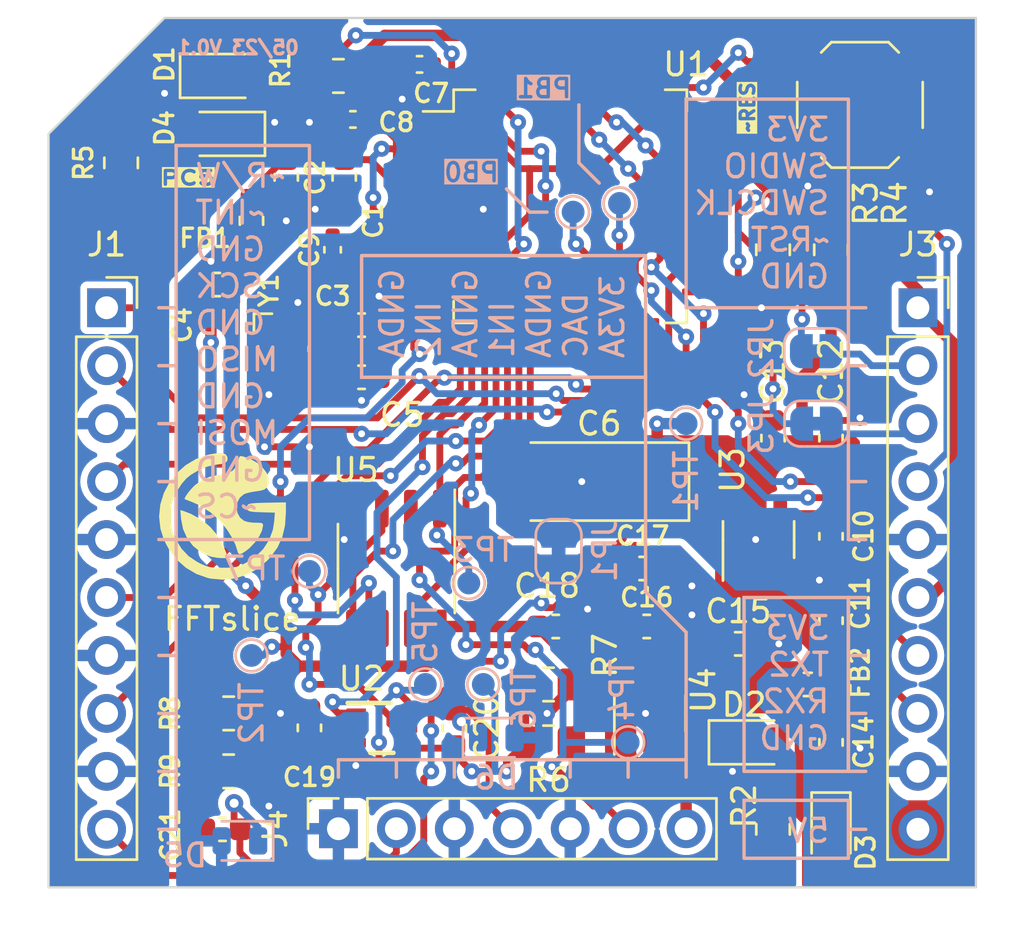
<source format=kicad_pcb>
(kicad_pcb (version 20221018) (generator pcbnew)
  (layers (0 "F.Cu" signal) (31 "B.Cu" power) (34 "B.Paste" user) (35 "F.Paste" user) (36 "B.SilkS" user "B.Silkscreen") (37 "F.SilkS" user "F.Silkscreen") (38 "B.Mask" user) (39 "F.Mask" user) (44 "Edge.Cuts" user))
  (net 0 "")
  (net 39 "Net-(U1-VREF+)")
  (net 40 "GNDA")
  (net 41 "/MCU/OSC_IN")
  (net 42 "GND")
  (net 43 "+3.3VA")
  (net 44 "/MCU/OSC_OUT")
  (net 45 "+3.3V")
  (net 46 "NRST")
  (net 47 "Net-(U3-BP)")
  (net 48 "/Power_Supply/5V SAFE")
  (net 49 "Net-(U4-BP)")
  (net 50 "Net-(D1-A)")
  (net 51 "Net-(D2-A)")
  (net 52 "+5V")
  (net 53 "Net-(D4-A)")
  (net 54 "DEV_R_NW")
  (net 55 "DEV_N_INT")
  (net 56 "DEV_SCK")
  (net 57 "DEV_MISO")
  (net 58 "DEV_MOSI")
  (net 59 "DEV_N_CS")
  (net 60 "EXTRN_SIG_2")
  (net 61 "EXTRN_SIG_1")
  (net 62 "DAC_SIG")
  (net 63 "SWDIO")
  (net 64 "SWDCLK")
  (net 65 "UART2_TX")
  (net 66 "UART2_RX")
  (net 67 "Net-(JP2-A)")
  (net 68 "/MCU/BOOT0")
  (net 69 "Net-(U1-PC5)")
  (net 70 "ADC_SIG")
  (net 71 "/Analog/EXTRN_SIG_SELECTED")
  (net 72 "PGA_SCK")
  (net 73 "PGA_MOSI")
  (net 74 "PGA_N_CS")
  (net 75 "EXTRN_SIG_SEL")
  (net 76 "Net-(U2-NC)")
  (net 77 "Net-(U2-NO)")
  (net 78 "/Power_Supply/5V_SAFE_FB")
  (net 79 "Net-(U1-PB0)")
  (net 80 "Net-(U1-PB1)")
  (footprint "Resistor_SMD:R_0805_2012Metric_Pad1.20x1.40mm_HandSolder" (layer "F.Cu") (at 129.54 63.5)
    (fp_text reference "R1")
    (fp_text value "4k7")
  )
  (footprint "Capacitor_SMD:C_0603_1608Metric" (layer "F.Cu") (at 127.254 67.945 -90)
    (fp_text reference "C2")
    (fp_text value "1uF")
  )
  (footprint "Resistor_SMD:R_0805_2012Metric_Pad1.20x1.40mm_HandSolder" (layer "F.Cu") (at 138.75 90.17)
    (fp_text reference "R7")
    (fp_text value "100k")
  )
  (footprint "Resistor_SMD:R_0805_2012Metric_Pad1.20x1.40mm_HandSolder" (layer "F.Cu") (at 151.13 71.12 90)
    (fp_text reference "R4")
    (fp_text value "NA")
  )
  (footprint "Capacitor_SMD:C_0603_1608Metric" (layer "F.Cu") (at 151.13 83.68 -90)
    (fp_text reference "C10")
    (fp_text value "10nF")
  )
  (footprint "Capacitor_SMD:C_0603_1608Metric" (layer "F.Cu") (at 139.065 87.63)
    (fp_text reference "C18")
    (fp_text value "100nF")
  )
  (footprint "Package_TO_SOT_SMD:SOT-23-5" (layer "F.Cu") (at 143.195 91.44 90)
    (fp_text reference "U4")
    (fp_text value "SPX3819M5-L-3-3")
  )
  (footprint "Package_TO_SOT_SMD:SOT-23-5" (layer "F.Cu") (at 147.955 83.82 90)
    (fp_text reference "U3")
    (fp_text value "SPX3819M5-L-3-3")
  )
  (footprint "Resistor_SMD:R_0805_2012Metric_Pad1.20x1.40mm_HandSolder" (layer "F.Cu") (at 148.59 96.52 -90)
    (fp_text reference "R2")
    (fp_text value "4k7")
  )
  (footprint "LED_SMD:LED_0805_2012Metric_Pad1.15x1.40mm_HandSolder" (layer "F.Cu") (at 124.46 66.04 180)
    (fp_text reference "D4")
    (fp_text value "LED")
  )
  (footprint "Capacitor_SMD:C_0603_1608Metric" (layer "F.Cu") (at 124.206 72.644 180)
    (fp_text reference "C4")
    (fp_text value "100nF")
  )
  (footprint "Resistor_SMD:R_0805_2012Metric_Pad1.20x1.40mm_HandSolder" (layer "F.Cu") (at 124.73 91.44 180)
    (fp_text reference "R8")
    (fp_text value "100k")
  )
  (footprint "Capacitor_SMD:C_0402_1005Metric_Pad0.74x0.62mm_HandSolder" (layer "F.Cu") (at 133.096 62.992 180)
    (fp_text reference "C7")
    (fp_text value "100nF")
  )
  (footprint "Capacitor_SMD:C_0402_1005Metric_Pad0.74x0.62mm_HandSolder" (layer "F.Cu") (at 129.286 71.12 -90)
    (fp_text reference "C9")
    (fp_text value "100nF")
  )
  (footprint "Button_Switch_SMD:SW_SPST_TL3342" (layer "F.Cu") (at 152.4 64.77)
    (fp_text reference "SW1" hide)
    (fp_text value "RESET")
  )
  (footprint "Resistor_SMD:R_0805_2012Metric_Pad1.20x1.40mm_HandSolder" (layer "F.Cu") (at 148.59 71.12 -90)
    (fp_text reference "R3")
    (fp_text value "4k7")
  )
  (footprint "Capacitor_SMD:C_0603_1608Metric" (layer "F.Cu") (at 147.066 88.392)
    (fp_text reference "C15")
    (fp_text value "10nF")
  )
  (footprint "Resistor_SMD:R_0805_2012Metric_Pad1.20x1.40mm_HandSolder" (layer "F.Cu") (at 120.015 67.31 90)
    (fp_text reference "R5")
    (fp_text value "4k7")
  )
  (footprint "Connector_PinSocket_2.54mm:PinSocket_1x07_P2.54mm_Vertical" (layer "F.Cu") (at 129.54 96.495 90)
    (fp_text reference "J4")
    (fp_text value "Conn_01x07")
  )
  (footprint "Diode_SMD:D_SOD-323F" (layer "F.Cu") (at 151.13 96.52 -90)
    (fp_text reference "D3")
    (fp_text value "PMEG2005EJ")
  )
  (footprint "Package_SO:SOP-8_3.9x4.9mm_P1.27mm" (layer "F.Cu") (at 132.08 85.09 -90)
    (fp_text reference "U5")
    (fp_text value "MCP6S22-I_MS")
  )
  (footprint "Package_QFP:LQFP-64_10x10mm_P0.5mm" (layer "F.Cu") (at 139.7 69.215)
    (fp_text reference "U1")
    (fp_text value "STM32G081RBTx")
  )
  (footprint "Crystal:Crystal_SMD_Abracon_ABM10-4Pin_2.5x2.0mm" (layer "F.Cu") (at 127.127 75.463)
    (fp_text reference "Y1")
    (fp_text value "16MHz 10pF")
  )
  (footprint "Capacitor_SMD:C_0603_1608Metric" (layer "F.Cu") (at 148.59 79.375 90)
    (fp_text reference "C13")
    (fp_text value "1uF")
  )
  (footprint "Capacitor_SMD:C_0603_1608Metric" (layer "F.Cu") (at 143.055 87.63)
    (fp_text reference "C16")
    (fp_text value "100nF")
  )
  (footprint "Capacitor_SMD:C_0603_1608Metric" (layer "F.Cu") (at 130.556 76.708)
    (fp_text reference "C5")
    (fp_text value "10pF")
  )
  (footprint "Capacitor_SMD:C_0603_1608Metric" (layer "F.Cu") (at 151.13 92.71 -90)
    (fp_text reference "C14")
    (fp_text value "1uF")
  )
  (footprint "TS5A9411DCKR_footprints:DCK0006A_N" (layer "F.Cu") (at 131.445 92.075)
    (fp_text reference "U2")
    (fp_text value "TS5A9411DCKR")
  )
  (footprint "Capacitor_SMD:C_0603_1608Metric" (layer "F.Cu") (at 142.875 85.09)
    (fp_text reference "C17")
    (fp_text value "1uF")
  )
  (footprint "LED_SMD:LED_0805_2012Metric_Pad1.15x1.40mm_HandSolder" (layer "F.Cu") (at 147.64 92.71)
    (fp_text reference "D2")
    (fp_text value "LED")
  )
  (footprint "Connector_PinSocket_2.54mm:PinSocket_1x10_P2.54mm_Vertical" (layer "F.Cu") (at 119.38 73.66)
    (fp_text reference "J1")
    (fp_text value "Conn_01x10")
  )
  (footprint "Connector_PinSocket_2.54mm:PinSocket_1x10_P2.54mm_Vertical" (layer "F.Cu") (at 154.94 73.66)
    (fp_text reference "J3")
    (fp_text value "Conn_01x10")
  )
  (footprint "Capacitor_Tantalum_SMD:CP_EIA-6032-15_Kemet-U_Pad2.25x2.35mm_HandSolder" (layer "F.Cu") (at 140.97 81.28 180)
    (fp_text reference "C6")
    (fp_text value "100uF")
  )
  (footprint "Capacitor_SMD:C_0603_1608Metric" (layer "F.Cu") (at 151.13 79.375 90)
    (fp_text reference "C12")
    (fp_text value "100nF")
  )
  (footprint "LOGO" (layer "F.Cu") (at 124.46 82.804)
    (fp_text reference "G***" hide)
    (fp_text value "LOGO" hide)
  )
  (footprint "Capacitor_SMD:C_0603_1608Metric" (layer "F.Cu") (at 130.556 74.422)
    (fp_text reference "C3")
    (fp_text value "10pF")
  )
  (footprint "Inductor_SMD:L_0603_1608Metric_Pad1.05x0.95mm_HandSolder" (layer "F.Cu") (at 125.73 69.85 90)
    (fp_text reference "FB1")
    (fp_text value "120R@100MHz")
  )
  (footprint "Resistor_SMD:R_0805_2012Metric_Pad1.20x1.40mm_HandSolder" (layer "F.Cu") (at 124.73 93.98)
    (fp_text reference "R9")
    (fp_text value "100k")
  )
  (footprint "Inductor_SMD:L_0603_1608Metric_Pad1.05x0.95mm_HandSolder" (layer "F.Cu") (at 150.114 90.17)
    (fp_text reference "FB2")
    (fp_text value "120R@100MHz")
  )
  (footprint "Capacitor_SMD:C_0402_1005Metric_Pad0.74x0.62mm_HandSolder" (layer "F.Cu") (at 130.175 65.405 180)
    (fp_text reference "C8")
    (fp_text value "100nF")
  )
  (footprint "Capacitor_SMD:C_0603_1608Metric" (layer "F.Cu") (at 134.62 92.075 -90)
    (fp_text reference "C20")
    (fp_text value "1uF")
  )
  (footprint "LED_SMD:LED_0805_2012Metric_Pad1.15x1.40mm_HandSolder" (layer "F.Cu") (at 124.46 63.5)
    (fp_text reference "D1")
    (fp_text value "LED")
  )
  (footprint "Capacitor_SMD:C_0603_1608Metric" (layer "F.Cu") (at 151.13 87.376 90)
    (fp_text reference "C11")
    (fp_text value "100nF")
  )
  (footprint "Capacitor_SMD:C_0603_1608Metric" (layer "F.Cu") (at 124.46 96.52 180)
    (fp_text reference "C21")
    (fp_text value "1uF")
  )
  (footprint "Capacitor_SMD:C_0603_1608Metric" (layer "F.Cu") (at 128.27 92.075 90)
    (fp_text reference "C19")
    (fp_text value "10nF")
  )
  (footprint "Resistor_SMD:R_0805_2012Metric_Pad1.20x1.40mm_HandSolder" (layer "F.Cu") (at 138.75 92.71 180)
    (fp_text reference "R6")
    (fp_text value "100k")
  )
  (footprint "Capacitor_SMD:C_0603_1608Metric" (layer "F.Cu") (at 129.794 67.945 -90)
    (fp_text reference "C1")
    (fp_text value "10nF")
  )
  (footprint "Diode_SMD:D_MicroMELF" (layer "B.Cu") (at 125.222 97.028 180)
    (fp_text reference "D5")
    (fp_text value "BZM55C3V3")
  )
  (footprint "TestPoint:TestPoint_Pad_D1.0mm" (layer "B.Cu") (at 144.78 78.74 180)
    (fp_text reference "TP1")
    (fp_text value "TestPoint")
  )
  (footprint "TestPoint:TestPoint_Pad_D1.0mm" (layer "B.Cu") (at 133.35 90.17 -90)
    (fp_text reference "TP5")
    (fp_text value "TestPoint")
  )
  (footprint "TestPoint:TestPoint_Pad_D1.0mm" (layer "B.Cu") (at 128.27 85.217 180)
    (fp_text reference "TP7")
    (fp_text value "TestPoint")
  )
  (footprint "TestPoint:TestPoint_Pad_D1.0mm" (layer "B.Cu") (at 142.24 92.71 180)
    (fp_text reference "TP4")
    (fp_text value "TestPoint")
  )
  (footprint "TestPoint:TestPoint_Pad_D1.0mm" (layer "B.Cu") (at 135.89 90.17 -90)
    (fp_text reference "TP6")
    (fp_text value "TestPoint")
  )
  (footprint "Jumper:SolderJumper-2_P1.3mm_Bridged_RoundedPad1.0x1.5mm" (layer "B.Cu") (at 150.495 78.74)
    (fp_text reference "JP3")
    (fp_text value "~")
  )
  (footprint "Diode_SMD:D_MicroMELF" (layer "B.Cu") (at 136.4616 92.5068)
    (fp_text reference "D6")
    (fp_text value "BZM55C3V3")
  )
  (footprint "TestPoint:TestPoint_Pad_D1.0mm" (layer "B.Cu") (at 125.73 88.9 180)
    (fp_text reference "TP2")
    (fp_text value "TestPoint")
  )
  (footprint "TestPoint:TestPoint_Pad_D1.0mm" (layer "B.Cu") (at 139.827 69.469 180)
    (fp_text reference "TP8" hide)
    (fp_text value "TestPoint")
  )
  (footprint "Jumper:SolderJumper-2_P1.3mm_Bridged_RoundedPad1.0x1.5mm" (layer "B.Cu") (at 150.48 75.565)
    (fp_text reference "JP2")
    (fp_text value "~")
  )
  (footprint "TestPoint:TestPoint_Pad_D1.0mm" (layer "B.Cu") (at 135.255 85.725 180)
    (fp_text reference "TP3")
    (fp_text value "TestPoint")
  )
  (footprint "TestPoint:TestPoint_Pad_D1.0mm" (layer "B.Cu") (at 141.859 69.088 180)
    (fp_text reference "TP9" hide)
    (fp_text value "TestPoint")
  )
  (footprint "Jumper:SolderJumper-2_P1.3mm_Bridged_RoundedPad1.0x1.5mm" (layer "B.Cu") (at 139.192 84.328 -90)
    (fp_text reference "JP1")
    (fp_text value "~")
  )
  (gr_line (start 140.081 67.31) (end 140.081 64.77) (stroke (width 0.15)) (layer "B.SilkS"))
  (gr_line (start 151.892 83.82) (end 151.892 73.66) (stroke (width 0.15)) (layer "B.SilkS"))
  (gr_line (start 121.666 73.66) (end 122.428 73.66) (stroke (width 0.15)) (layer "B.SilkS"))
  (gr_line (start 137.922 69.469) (end 136.906 68.453) (stroke (width 0.15)) (layer "B.SilkS"))
  (gr_line (start 138.684 69.469) (end 137.922 69.469) (stroke (width 0.15)) (layer "B.SilkS"))
  (gr_line (start 152.654 83.82) (end 151.892 83.82) (stroke (width 0.15)) (layer "B.SilkS"))
  (gr_line (start 132.08 94.234) (end 132.08 93.472) (stroke (width 0.15)) (layer "B.SilkS"))
  (gr_line (start 122.428 73.66) (end 122.428 96.52) (stroke (width 0.15)) (layer "B.SilkS"))
  (gr_line (start 152.654 96.52) (end 151.892 96.52) (stroke (width 0.15)) (layer "B.SilkS"))
  (gr_line (start 142.24 94.234) (end 142.24 93.41) (stroke (width 0.15)) (layer "B.SilkS"))
  (gr_line (start 121.666 83.82) (end 122.428 83.82) (stroke (width 0.15)) (layer "B.SilkS"))
  (gr_line (start 152.654 86.36) (end 151.892 86.36) (stroke (width 0.15)) (layer "B.SilkS"))
  (gr_line (start 143.51 86.614) (end 143.002 86.106) (stroke (width 0.15)) (layer "B.SilkS"))
  (gr_line (start 121.666 76.2) (end 122.428 76.2) (stroke (width 0.15)) (layer "B.SilkS"))
  (gr_line (start 151.892 93.98) (end 152.654 93.98) (stroke (width 0.15)) (layer "B.SilkS"))
  (gr_line (start 151.892 81.28) (end 152.654 81.28) (stroke (width 0.15)) (layer "B.SilkS"))
  (gr_line (start 122.428 96.52) (end 121.666 96.52) (stroke (width 0.15)) (layer "B.SilkS"))
  (gr_line (start 151.892 88.9) (end 152.654 88.9) (stroke (width 0.15)) (layer "B.SilkS"))
  (gr_line (start 151.895 78.74) (end 152.654 78.74) (stroke (width 0.15)) (layer "B.SilkS"))
  (gr_line (start 139.7 94.234) (end 139.7 93.472) (stroke (width 0.15)) (layer "B.SilkS"))
  (gr_line (start 151.892 73.66) (end 152.654 73.66) (stroke (width 0.15)) (layer "B.SilkS"))
  (gr_line (start 121.666 86.36) (end 122.428 86.36) (stroke (width 0.15)) (layer "B.SilkS"))
  (gr_line (start 144.78 93.472) (end 144.78 87.884) (stroke (width 0.15)) (layer "B.SilkS"))
  (gr_line (start 137.16 94.234) (end 137.16 93.472) (stroke (width 0.15)) (layer "B.SilkS"))
  (gr_line (start 129.54 93.472) (end 129.54 94.234) (stroke (width 0.15)) (layer "B.SilkS"))
  (gr_line (start 140.335 67.564) (end 140.081 67.31) (stroke (width 0.15)) (layer "B.SilkS"))
  (gr_line (start 134.62 94.234) (end 134.62 93.472) (stroke (width 0.15)) (layer "B.SilkS"))
  (gr_line (start 151.892 76.2) (end 152.654 76.2) (stroke (width 0.15)) (layer "B.SilkS"))
  (gr_line (start 121.666 88.9) (end 122.428 88.9) (stroke (width 0.15)) (layer "B.SilkS"))
  (gr_line (start 140.97 68.199) (end 140.335 67.564) (stroke (width 0.15)) (layer "B.SilkS"))
  (gr_line (start 143.002 86.106) (end 143.002 76.708) (stroke (width 0.15)) (layer "B.SilkS"))
  (gr_line (start 121.666 78.74) (end 122.174 78.74) (stroke (width 0.15)) (layer "B.SilkS"))
  (gr_line (start 121.666 81.28) (end 122.428 81.28) (stroke (width 0.15)) (layer "B.SilkS"))
  (gr_line (start 144.78 94.234) (end 144.78 93.472) (stroke (width 0.15)) (layer "B.SilkS"))
  (gr_line (start 144.78 87.884) (end 143.51 86.614) (stroke (width 0.15)) (layer "B.SilkS"))
  (gr_line (start 121.666 91.44) (end 122.428 91.44) (stroke (width 0.15)) (layer "B.SilkS"))
  (gr_line (start 144.78 93.472) (end 129.54 93.472) (stroke (width 0.15)) (layer "B.SilkS"))
  (gr_line (start 151.892 86.36) (end 151.892 93.98) (stroke (width 0.15)) (layer "B.SilkS"))
  (gr_line (start 122.174 78.74) (end 122.428 78.74) (stroke (width 0.15)) (layer "B.SilkS"))
  (gr_line (start 151.892 91.44) (end 152.654 91.44) (stroke (width 0.15)) (layer "B.SilkS"))
  (gr_line (start 121.666 93.98) (end 122.428 93.98) (stroke (width 0.15)) (layer "B.SilkS"))
  (gr_line (start 157.48 99.06) (end 116.84 99.06) (stroke (width 0.1)) (layer "Edge.Cuts"))
  (gr_line (start 116.84 99.06) (end 116.84 66.04) (stroke (width 0.1)) (layer "Edge.Cuts"))
  (gr_line (start 121.92 60.96) (end 157.48 60.96) (stroke (width 0.1)) (layer "Edge.Cuts"))
  (gr_line (start 121.92 60.96) (end 116.84 66.04) (stroke (width 0.1)) (layer "Edge.Cuts"))
  (gr_line (start 157.48 60.96) (end 157.48 99.06) (stroke (width 0.1)) (layer "Edge.Cuts"))
  (gr_text "05/23 V0.1" (at 127.889 62.611) (layer "B.SilkS") (effects (font (size 0.6 0.6)) (justify left bottom mirror)))
  (gr_text "PB1\n" (at 139.827 64.516) (layer "B.SilkS" knockout) (effects (font (size 0.8 0.8)) (justify left bottom mirror)))
  (gr_text "PB0" (at 136.652 68.199) (layer "B.SilkS" knockout) (effects (font (size 0.8 0.8)) (justify left bottom mirror)))
  (gr_text "FFTslice" (at 121.793 87.884) (layer "F.SilkS") (effects (font (size 1 1)) (justify left bottom)))
  (gr_text "~RES" (at 147.828 66.04 90) (layer "F.SilkS" knockout) (effects (font (size 0.6 0.6) (thickness 0.15) bold) (justify left bottom)))
  (gr_text "PC5" (at 121.666 68.326) (layer "F.SilkS" knockout) (effects (font (size 0.6 0.8) (thickness 0.15) bold) (justify left bottom)))
  (gr_text_box "5V" (start 147.32 95.25) (end 151.892 97.79) (layer "B.SilkS") (effects (font (size 1 1)) (justify left top mirror)) (stroke (width 0.15)))
  (gr_text_box "~R/W\n~INT\nGND\nSCK\nGND\nMISO\nGND\nMOSI\nGND\n~CS\n" (start 122.428 66.548) (end 128.27 83.82) (layer "B.SilkS") (effects (font (size 1 1)) (justify right top mirror)) (stroke (width 0.15)))
  (gr_text_box "3V3\nSWDIO\nSWDCLK\n~RST\nGND" (start 144.78 64.516) (end 151.892 73.66) (layer "B.SilkS") (effects (font (size 1 1)) (justify left top mirror)) (stroke (width 0.15)))
  (gr_text_box "3V3\nTX2\nRX2\nGND" (start 147.32 86.36) (end 151.892 93.98) (layer "B.SilkS") (effects (font (size 1 1)) (justify left top mirror)) (stroke (width 0.15)))
  (gr_text_box "GNDA\nIN2\nGNDA\nIN1\nGNDA\nDAC\n3V3A" (start 130.556 76.708) (end 143.002 71.374) (angle 90) (layer "B.SilkS") (effects (font (size 1 1)) (justify right top mirror)) (stroke (width 0.15)))
  (segment (start 125.984 68.721) (end 125.73 68.975) (width 0.3) (layer "F.Cu") (net 39))
  (segment (start 125.984 68.326) (end 125.984 68.721) (width 0.3) (layer "F.Cu") (net 39))
  (segment (start 132.219 68.465) (end 130.924 67.17) (width 0.3) (layer "F.Cu") (net 39))
  (segment (start 134.025 68.465) (end 132.219 68.465) (width 0.3) (layer "F.Cu") (net 39))
  (segment (start 127.762 67.17) (end 130.67 67.17) (width 0.3) (layer "F.Cu") (net 39))
  (segment (start 130.924 67.17) (end 130.67 67.17) (width 0.3) (layer "F.Cu") (net 39))
  (segment (start 127.762 67.17) (end 127.14 67.17) (width 0.3) (layer "F.Cu") (net 39))
  (segment (start 127.14 67.17) (end 125.984 68.326) (width 0.3) (layer "F.Cu") (net 39))
  (segment (start 139.84 87.49) (end 139.84 87.63) (width 0.3) (layer "F.Cu") (net 40))
  (segment (start 144.272 85.09) (end 145.034 85.852) (width 0.5) (layer "F.Cu") (net 40))
  (segment (start 129.794 83.82) (end 129.794 82.846) (width 0.5) (layer "F.Cu") (net 40))
  (segment (start 127.254 68.72) (end 127.254 69.85) (width 0.3) (layer "F.Cu") (net 40))
  (segment (start 140.462 86.868) (end 139.84 87.49) (width 0.3) (layer "F.Cu") (net 40))
  (segment (start 146.615 92.71) (end 146.615 93.783) (width 0.5) (layer "F.Cu") (net 40))
  (segment (start 129.54 69.342) (end 128.524 69.342) (width 0.3) (layer "F.Cu") (net 40))
  (segment (start 123.431 72.149) (end 123.952 71.628) (width 0.5) (layer "F.Cu") (net 40))
  (segment (start 147.841 88.392) (end 148.844 88.392) (width 0.5) (layer "F.Cu") (net 40))
  (segment (start 123.431 72.644) (end 123.431 72.149) (width 0.5) (layer "F.Cu") (net 40))
  (segment (start 129.794 69.088) (end 129.54 69.342) (width 0.3) (layer "F.Cu") (net 40))
  (segment (start 125.73 93.98) (end 125.73 94.742) (width 0.5) (layer "F.Cu") (net 40))
  (segment (start 130.320001 93.707999) (end 130.302 93.726) (width 0.3) (layer "F.Cu") (net 40))
  (segment (start 127.14 91.3) (end 127 91.44) (width 0.5) (layer "F.Cu") (net 40))
  (segment (start 129.794 82.846) (end 130.175 82.465) (width 0.5) (layer "F.Cu") (net 40))
  (segment (start 143.83 87.63) (end 144.526 87.63) (width 0.5) (layer "F.Cu") (net 40))
  (segment (start 143.195 91.633) (end 143.002 91.44) (width 0.5) (layer "F.Cu") (net 40))
  (segment (start 125.73 94.742) (end 126.492 95.504) (width 0.5) (layer "F.Cu") (net 40))
  (segment (start 139.75 90.17) (end 139.75 90.374) (width 0.5) (layer "F.Cu") (net 40))
  (segment (start 129.794 68.72) (end 129.794 69.088) (width 0.3) (layer "F.Cu") (net 40))
  (segment (start 139.75 90.374) (end 138.684 91.44) (width 0.5) (layer "F.Cu") (net 40))
  (segment (start 146.615 93.783) (end 146.812 93.98) (width 0.5) (layer "F.Cu") (net 40))
  (segment (start 143.65 85.09) (end 144.272 85.09) (width 0.5) (layer "F.Cu") (net 40))
  (segment (start 144.526 87.63) (end 145.034 87.122) (width 0.5) (layer "F.Cu") (net 40))
  (segment (start 143.195 92.5775) (end 143.195 91.633) (width 0.5) (layer "F.Cu") (net 40))
  (segment (start 130.320001 92.724999) (end 130.320001 93.707999) (width 0.3) (layer "F.Cu") (net 40))
  (segment (start 128.27 91.3) (end 127.14 91.3) (width 0.5) (layer "F.Cu") (net 40))
  (via (at 129.794 83.82) (size 0.7) (drill 0.3) (layers "F.Cu" "B.Cu") (net 40))
  (via (at 127 91.44) (size 0.7) (drill 0.3) (layers "F.Cu" "B.Cu") (net 40))
  (via (at 146.812 93.98) (size 0.7) (drill 0.3) (layers "F.Cu" "B.Cu") (net 40))
  (via (at 127.254 69.85) (size 0.7) (drill 0.3) (layers "F.Cu" "B.Cu") (net 40))
  (via (at 143.002 91.44) (size 0.7) (drill 0.3) (layers "F.Cu" "B.Cu") (net 40))
  (via (at 138.684 91.44) (size 0.7) (drill 0.3) (layers "F.Cu" "B.Cu") (net 40))
  (via (at 123.952 71.628) (size 0.7) (drill 0.3) (layers "F.Cu" "B.Cu") (net 40))
  (via (at 128.524 69.342) (size 0.7) (drill 0.3) (layers "F.Cu" "B.Cu") (net 40))
  (via (at 130.302 93.726) (size 0.7) (drill 0.3) (layers "F.Cu" "B.Cu") (net 40))
  (via (at 145.034 87.122) (size 0.7) (drill 0.3) (layers "F.Cu" "B.Cu") (net 40))
  (via (at 140.462 86.868) (size 0.7) (drill 0.3) (layers "F.Cu" "B.Cu") (net 40))
  (via (at 126.492 95.504) (size 0.7) (drill 0.3) (layers "F.Cu" "B.Cu") (net 40))
  (via (at 145.034 85.852) (size 0.7) (drill 0.3) (layers "F.Cu" "B.Cu") (net 40))
  (via (at 148.844 88.392) (size 0.7) (drill 0.3) (layers "F.Cu" "B.Cu") (net 40))
  (segment (start 130.315 73.888) (end 129.781 74.422) (width 0.3) (layer "F.Cu") (net 41))
  (segment (start 126.975 75.438) (end 128.549 75.438) (width 0.3) (layer "F.Cu") (net 41))
  (segment (start 132.781894 69.965) (end 130.315 72.431894) (width 0.3) (layer "F.Cu") (net 41))
  (segment (start 126.502 74.965) (end 126.975 75.438) (width 0.3) (layer "F.Cu") (net 41))
  (segment (start 128.549 75.438) (end 129.019 74.968) (width 0.3) (layer "F.Cu") (net 41))
  (segment (start 126.502 74.638) (end 126.502 74.965) (width 0.3) (layer "F.Cu") (net 41))
  (segment (start 129.019 74.943) (end 129.54 74.422) (width 0.3) (layer "F.Cu") (net 41))
  (segment (start 134.025 69.965) (end 132.781894 69.965) (width 0.3) (layer "F.Cu") (net 41))
  (segment (start 129.54 74.422) (end 129.781 74.422) (width 0.3) (layer "F.Cu") (net 41))
  (segment (start 129.019 74.968) (end 129.019 74.943) (width 0.3) (layer "F.Cu") (net 41))
  (segment (start 130.315 72.431894) (end 130.315 73.888) (width 0.3) (layer "F.Cu") (net 41))
  (segment (start 123.435 63.5) (end 122.682 63.5) (width 0.3) (layer "F.Cu") (net 42))
  (segment (start 151.13 78.6) (end 152.286 78.6) (width 0.3) (layer "F.Cu") (net 42))
  (segment (start 148.45 78.6) (end 147.32 77.47) (width 0.3) (layer "F.Cu") (net 42))
  (segment (start 128.397 65.405) (end 128.27 65.532) (width 0.3) (layer "F.Cu") (net 42))
  (segment (start 126.502 76.288) (end 126.502 77.038) (width 0.3) (layer "F.Cu") (net 42))
  (segment (start 151.13 85.598) (end 150.622 85.598) (width 0.5) (layer "F.Cu") (net 42))
  (segment (start 131.331 74.422) (end 131.331 73.165) (width 0.3) (layer "F.Cu") (net 42))
  (segment (start 122.682 63.5) (end 121.92 64.262) (width 0.3) (layer "F.Cu") (net 42))
  (segment (start 148.59 78.6) (end 148.45 78.6) (width 0.3) (layer "F.Cu") (net 42))
  (segment (start 130.187606 71.6875) (end 129.286 71.6875) (width 0.3) (layer "F.Cu") (net 42))
  (segment (start 148.59 72.12) (end 148.59 73.152) (width 0.3) (layer "F.Cu") (net 42))
  (segment (start 148.59 73.152) (end 148.082 73.66) (width 0.3) (layer "F.Cu") (net 42))
  (segment (start 131.331 76.708) (end 131.331 76.949) (width 0.3) (layer "F.Cu") (net 42))
  (segment (start 149.25 67.462) (end 150.114 68.326) (width 0.3) (layer "F.Cu") (net 42))
  (segment (start 147.955 83.947) (end 147.828 83.82) (width 0.5) (layer "F.Cu") (net 42))
  (segment (start 128.27 79.756) (end 126.3005 79.756) (width 0.3) (layer "F.Cu") (net 42))
  (segment (start 132.410106 69.465) (end 130.187606 71.6875) (width 0.3) (layer "F.Cu") (net 42))
  (segment (start 151.13 85.598) (end 151.13 86.601) (width 0.5) (layer "F.Cu") (net 42))
  (segment (start 127.752 74.638) (end 127.752 73.441) (width 0.3) (layer "F.Cu") (net 42))
  (segment (start 140.208 81.28) (end 138.42 81.28) (width 0.5) (layer "F.Cu") (net 42))
  (segment (start 126.502 77.46) (end 126.492 77.47) (width 0.3) (layer "F.Cu") (net 42))
  (segment (start 147.955 84.9575) (end 147.955 83.947) (width 0.5) (layer "F.Cu") (net 42))
  (segment (start 155.55 68.478) (end 155.448 68.58) (width 0.3) (layer "F.Cu") (net 42))
  (segment (start 132.5285 62.992) (end 132.5285 64.3215) (width 0.3) (layer "F.Cu") (net 42))
  (segment (start 151.13 93.485) (end 151.879 93.485) (width 0.5) (layer "F.Cu") (net 42))
  (segment (start 126.502 77.038) (end 126.502 77.46) (width 0.3) (layer "F.Cu") (net 42))
  (segment (start 155.55 66.67) (end 155.55 68.478) (width 0.3) (layer "F.Cu") (net 42))
  (segment (start 131.331 73.165) (end 131.318 73.152) (width 0.3) (layer "F.Cu") (net 42))
  (segment (start 151.13 84.455) (end 151.13 85.598) (width 0.5) (layer "F.Cu") (net 42))
  (segment (start 134.025 69.465) (end 132.410106 69.465) (width 0.3) (layer "F.Cu") (net 42))
  (segment (start 132.5285 64.3215) (end 132.334 64.516) (width 0.3) (layer "F.Cu") (net 42))
  (segment (start 129.6075 65.405) (end 128.397 65.405) (width 0.3) (layer "F.Cu") (net 42))
  (segment (start 134.025 69.465) (end 135.767 69.465) (width 0.3) (layer "F.Cu") (net 42))
  (segment (start 125.485 66.04) (end 126.238 66.04) (width 0.3) (layer "F.Cu") (net 42))
  (segment (start 126.238 66.04) (end 126.746 65.532) (width 0.3) (layer "F.Cu") (net 42))
  (segment (start 149.25 66.67) (end 149.25 67.462) (width 0.3) (layer "F.Cu") (net 42))
  (segment (start 151.879 93.485) (end 152.4 92.964) (width 0.5) (layer "F.Cu") (net 42))
  (segment (start 152.286 78.6) (end 152.4 78.486) (width 0.3) (layer "F.Cu") (net 42))
  (segment (start 131.331 76.949) (end 130.556 77.724) (width 0.3) (layer "F.Cu") (net 42))
  (segment (start 135.767 69.465) (end 135.89 69.342) (width 0.3) (layer "F.Cu") (net 42))
  (segment (start 127.752 73.441) (end 127.762 73.431) (width 0.3) (layer "F.Cu") (net 42))
  (via (at 128.27 79.756) (size 0.7) (drill 0.3) (layers "F.Cu" "B.Cu") (net 42))
  (via (at 130.556 77.724) (size 0.7) (drill 0.3) (layers "F.Cu" "B.Cu") (net 42))
  (via (at 152.4 92.964) (size 0.7) (drill 0.3) (layers "F.Cu" "B.Cu") (net 42))
  (via (at 132.334 64.516) (size 0.7) (drill 0.3) (layers "F.Cu" "B.Cu") (net 42))
  (via (at 127.762 73.431) (size 0.7) (drill 0.3) (layers "F.Cu" "B.Cu") (net 42))
  (via (at 155.448 68.58) (size 0.7) (drill 0.3) (layers "F.Cu" "B.Cu") (net 42))
  (via (at 147.32 77.47) (size 0.7) (drill 0.3) (layers "F.Cu" "B.Cu") (net 42))
  (via (at 126.3005 79.756) (size 0.7) (drill 0.3) (layers "F.Cu" "B.Cu") (net 42))
  (via (at 150.114 68.326) (size 0.7) (drill 0.3) (layers "F.Cu" "B.Cu") (net 42))
  (via (at 152.4 78.486) (size 0.7) (drill 0.3) (layers "F.Cu" "B.Cu") (net 42))
  (via (at 140.208 81.28) (size 0.7) (drill 0.3) (layers "F.Cu" "B.Cu") (net 42))
  (via (at 148.082 73.66) (size 0.7) (drill 0.3) (layers "F.Cu" "B.Cu") (net 42))
  (via (at 131.318 73.152) (size 0.7) (drill 0.3) (layers "F.Cu" "B.Cu") (net 42))
  (via (at 121.92 64.262) (size 0.7) (drill 0.3) (layers "F.Cu" "B.Cu") (net 42))
  (via (at 126.746 65.532) (size 0.7) (drill 0.3) (layers "F.Cu" "B.Cu") (net 42))
  (via (at 126.492 77.47) (size 0.7) (drill 0.3) (layers "F.Cu" "B.Cu") (net 42))
  (via (at 147.828 83.82) (size 0.7) (drill 0.3) (layers "F.Cu" "B.Cu") (net 42))
  (via (at 128.27 65.532) (size 0.7) (drill 0.3) (layers "F.Cu" "B.Cu") (net 42))
  (via (at 135.89 69.342) (size 0.7) (drill 0.3) (layers "F.Cu" "B.Cu") (net 42))
  (via (at 150.622 85.598) (size 0.7) (drill 0.3) (layers "F.Cu" "B.Cu") (net 42))
  (segment (start 147.304 97.52) (end 146.812 97.028) (width 0.5) (layer "F.Cu") (net 43))
  (segment (start 128.27 92.85) (end 127.14 92.85) (width 0.5) (layer "F.Cu") (net 43))
  (segment (start 123.952 74.422) (end 123.952 75.184) (width 0.5) (layer "F.Cu") (net 43))
  (segment (start 125.73 70.725) (end 125.73 70.866) (width 0.5) (layer "F.Cu") (net 43))
  (segment (start 124.968 72.631) (end 124.981 72.644) (width 0.5) (layer "F.Cu") (net 43))
  (segment (start 141.8535 90.3025) (end 142.245 90.3025) (width 0.5) (layer "F.Cu") (net 43))
  (segment (start 146.05 94.742) (end 144.78 94.742) (width 0.5) (layer "F.Cu") (net 43))
  (segment (start 127.14 92.85) (end 125.73 91.44) (width 0.5) (layer "F.Cu") (net 43))
  (segment (start 141.224 94.742) (end 139.75 93.268) (width 0.5) (layer "F.Cu") (net 43))
  (segment (start 127.254 88.824) (end 127.8 89.37) (width 0.5) (layer "F.Cu") (net 43))
  (segment (start 129.667 92.075) (end 128.892 92.85) (width 0.3) (layer "F.Cu") (net 43))
  (segment (start 142.24 87.67) (end 142.28 87.63) (width 0.5) (layer "F.Cu") (net 43))
  (segment (start 125.476 85.852) (end 126.365 86.741) (width 0.5) (layer "F.Cu") (net 43))
  (segment (start 138.29 87.63) (end 139.306 88.646) (width 0.5) (layer "F.Cu") (net 43))
  (segment (start 139.75 93.268) (end 139.75 92.71) (width 0.5) (layer "F.Cu") (net 43))
  (segment (start 139.306 88.646) (end 142.24 88.646) (width 0.5) (layer "F.Cu") (net 43))
  (segment (start 125.73 70.725) (end 125.843 70.725) (width 0.5) (layer "F.Cu") (net 43))
  (segment (start 125.73 91.44) (end 127.8 89.37) (width 0.5) (layer "F.Cu") (net 43))
  (segment (start 144.78 96.495) (end 144.78 94.742) (width 0.5) (layer "F.Cu") (net 43))
  (segment (start 124.981 72.644) (end 124.981 73.393) (width 0.5) (layer "F.Cu") (net 43))
  (segment (start 125.73 70.866) (end 124.968 71.628) (width 0.5) (layer "F.Cu") (net 43))
  (segment (start 130.320001 92.075) (end 129.667 92.075) (width 0.3) (layer "F.Cu") (net 43))
  (segment (start 126.619 88.519) (end 127.254 88.519) (width 0.3) (layer "F.Cu") (net 43))
  (segment (start 138.29 87.63) (end 134.07 87.63) (width 0.5) (layer "F.Cu") (net 43))
  (segment (start 134.07 87.63) (end 133.985 87.715) (width 0.5) (layer "F.Cu") (net 43))
  (segment (start 127.254 87.63) (end 127.254 88.824) (width 0.5) (layer "F.Cu") (net 43))
  (segment (start 124.968 71.628) (end 124.968 72.631) (width 0.5) (layer "F.Cu") (net 43))
  (segment (start 142.24 88.646) (end 142.24 87.67) (width 0.5) (layer "F.Cu") (net 43))
  (segment (start 144.78 94.742) (end 141.224 94.742) (width 0.5) (layer "F.Cu") (net 43))
  (segment (start 133.985 88.773) (end 133.985 87.715) (width 0.5) (layer "F.Cu") (net 43))
  (segment (start 127.8 89.37) (end 133.388 89.37) (width 0.5) (layer "F.Cu") (net 43))
  (segment (start 127.254 88.519) (end 127.254 87.63) (width 0.3) (layer "F.Cu") (net 43))
  (segment (start 148.59 97.52) (end 147.304 97.52) (width 0.5) (layer "F.Cu") (net 43))
  (segment (start 139.75 92.71) (end 139.75 92.406) (width 0.5) (layer "F.Cu") (net 43))
  (segment (start 146.812 95.504) (end 146.05 94.742) (width 0.5) (layer "F.Cu") (net 43))
  (segment (start 139.75 92.406) (end 141.8535 90.3025) (width 0.5) (layer "F.Cu") (net 43))
  (segment (start 126.365 86.741) (end 127.254 87.63) (width 0.5) (layer "F.Cu") (net 43))
  (segment (start 133.388 89.37) (end 133.985 88.773) (width 0.5) (layer "F.Cu") (net 43))
  (segment (start 146.812 97.028) (end 146.812 95.504) (width 0.5) (layer "F.Cu") (net 43))
  (segment (start 124.981 73.393) (end 123.952 74.422) (width 0.5) (layer "F.Cu") (net 43))
  (segment (start 128.892 92.85) (end 128.27 92.85) (width 0.3) (layer "F.Cu") (net 43))
  (via (at 126.619 88.519) (size 0.7) (drill 0.3) (layers "F.Cu" "B.Cu") (net 43))
  (via (at 123.952 75.184) (size 0.7) (drill 0.3) (layers "F.Cu" "B.Cu") (net 43))
  (via (at 125.476 85.852) (size 0.7) (drill 0.3) (layers "F.Cu" "B.Cu") (net 43))
  (segment (start 125.476 85.852) (end 123.952 84.328) (width 0.5) (layer "B.Cu") (net 43))
  (segment (start 126.238 88.9) (end 126.619 88.519) (width 0.3) (layer "B.Cu") (net 43))
  (segment (start 123.952 84.328) (end 123.952 75.184) (width 0.5) (layer "B.Cu") (net 43))
  (segment (start 125.73 88.9) (end 126.238 88.9) (width 0.3) (layer "B.Cu") (net 43))
  (segment (start 129.261 76.708) (end 128.841 76.288) (width 0.3) (layer "F.Cu") (net 44))
  (segment (start 132.989 70.465) (end 134.025 70.465) (width 0.3) (layer "F.Cu") (net 44))
  (segment (start 128.841 76.288) (end 127.752 76.288) (width 0.3) (layer "F.Cu") (net 44))
  (segment (start 132.334 74.93) (end 132.334 71.12) (width 0.3) (layer "F.Cu") (net 44))
  (segment (start 131.381 75.883) (end 132.334 74.93) (width 0.3) (layer "F.Cu") (net 44))
  (segment (start 132.334 71.12) (end 132.989 70.465) (width 0.3) (layer "F.Cu") (net 44))
  (segment (start 129.781 76.708) (end 130.606 75.883) (width 0.3) (layer "F.Cu") (net 44))
  (segment (start 129.781 76.708) (end 129.261 76.708) (width 0.3) (layer "F.Cu") (net 44))
  (segment (start 130.606 75.883) (end 131.381 75.883) (width 0.3) (layer "F.Cu") (net 44))
  (segment (start 156.464 75.184) (end 154.94 73.66) (width 0.5) (layer "F.Cu") (net 45))
  (segment (start 131.445 69.723) (end 132.203 68.965) (width 0.3) (layer "F.Cu") (net 45))
  (segment (start 151.13 75.438) (end 149.86 76.708) (width 0.5) (layer "F.Cu") (net 45))
  (segment (start 152.146 66.04) (end 150.876 64.77) (width 0.5) (layer "F.Cu") (net 45))
  (segment (start 134.025 67.965) (end 132.481 67.965) (width 0.3) (layer "F.Cu") (net 45))
  (segment (start 129.286 70.5525) (end 130.6155 70.5525) (width 0.3) (layer "F.Cu") (net 45))
  (segment (start 143.51 78.74) (end 143.51 81.27) (width 0.5) (layer "F.Cu") (net 45))
  (segment (start 130.54 63.992) (end 130.81 64.262) (width 0.3) (layer "F.Cu") (net 45))
  (segment (start 149.86 80.264) (end 151.016 80.264) (width 0.5) (layer "F.Cu") (net 45))
  (segment (start 151.146 72.136) (end 151.13 72.12) (width 0.5) (layer "F.Cu") (net 45))
  (segment (start 144.78 61.722) (end 131.572 61.722) (width 0.5) (layer "F.Cu") (net 45))
  (segment (start 130.54 63.5) (end 130.54 63.008) (width 0.3) (layer "F.Cu") (net 45))
  (segment (start 153.67 72.136) (end 151.146 72.136) (width 0.5) (layer "F.Cu") (net 45))
  (segment (start 130.81 64.262) (end 130.81 65.3375) (width 0.3) (layer "F.Cu") (net 45))
  (segment (start 131.970245 66.692245) (end 132.08 66.802) (width 0.3) (layer "F.Cu") (net 45))
  (segment (start 153.67 72.136) (end 153.67 68.84) (width 0.5) (layer "F.Cu") (net 45))
  (segment (start 132.203 68.965) (end 134.025 68.965) (width 0.3) (layer "F.Cu") (net 45))
  (segment (start 150.876 64.77) (end 147.828 64.77) (width 0.5) (layer "F.Cu") (net 45))
  (segment (start 151.016 80.264) (end 151.13 80.15) (width 0.5) (layer "F.Cu") (net 45))
  (segment (start 153.67 68.84) (end 152.146 67.316) (width 0.5) (layer "F.Cu") (net 45))
  (segment (start 151.13 80.518) (end 151.13 80.15) (width 0.5) (layer "F.Cu") (net 45))
  (segment (start 130.54 63.5) (end 130.54 63.992) (width 0.3) (layer "F.Cu") (net 45))
  (segment (start 154.94 73.66) (end 154.94 72.898) (width 0.5) (layer "F.Cu") (net 45))
  (segment (start 131.572 61.722) (end 130.54 62.754) (width 0.5) (layer "F.Cu") (net 45))
  (segment (start 130.81 65.3375) (end 130.7425 65.405) (width 0.3) (layer "F.Cu") (net 45))
  (segment (start 132.08 66.802) (end 132.08 66.294) (width 0.3) (layer "F.Cu") (net 45))
  (segment (start 149.86 76.708) (end 149.86 80.264) (width 0.5) (layer "F.Cu") (net 45))
  (segment (start 130.6155 70.5525) (end 131.445 69.723) (width 0.3) (layer "F.Cu") (net 45))
  (segment (start 151.13 72.12) (end 151.13 75.438) (width 0.5) (layer "F.Cu") (net 45))
  (segment (start 131.435489 66.692245) (end 131.970245 66.692245) (width 0.3) (layer "F.Cu") (net 45))
  (segment (start 154.94 72.898) (end 154.178 72.136) (width 0.5) (layer "F.Cu") (net 45))
  (segment (start 154.178 72.136) (end 153.67 72.136) (width 0.5) (layer "F.Cu") (net 45))
  (segment (start 132.481 67.965) (end 132.08 67.564) (width 0.3) (layer "F.Cu") (net 45))
  (segment (start 132.08 66.294) (end 131.191 65.405) (width 0.3) (layer "F.Cu") (net 45))
  (segment (start 132.08 67.564) (end 132.08 66.802) (width 0.3) (layer "F.Cu") (net 45))
  (segment (start 143.51 81.27) (end 143.52 81.28) (width 0.5) (layer "F.Cu") (net 45))
  (segment (start 131.445 69.723) (end 131.064 69.342) (width 0.3) (layer "F.Cu") (net 45))
  (segment (start 130.54 62.754) (end 130.54 63.5) (width 0.5) (layer "F.Cu") (net 45))
  (segment (start 152.146 67.316) (end 152.146 66.04) (width 0.5) (layer "F.Cu") (net 45))
  (segment (start 131.064 69.342) (end 131.064 68.834) (width 0.3) (layer "F.Cu") (net 45))
  (segment (start 156.464 85.344) (end 156.464 75.184) (width 0.5) (layer "F.Cu") (net 45))
  (segment (start 147.828 64.77) (end 144.78 61.722) (width 0.5) (layer "F.Cu") (net 45))
  (segment (start 154.94 86.36) (end 155.448 86.36) (width 0.5) (layer "F.Cu") (net 45))
  (segment (start 131.191 65.405) (end 130.7425 65.405) (width 0.3) (layer "F.Cu") (net 45))
  (segment (start 155.448 86.36) (end 156.464 85.344) (width 0.5) (layer "F.Cu") (net 45))
  (via (at 131.435489 66.692245) (size 0.7) (drill 0.3) (layers "F.Cu" "B.Cu") (net 45))
  (via (at 143.51 78.74) (size 0.7) (drill 0.3) (layers "F.Cu" "B.Cu") (net 45))
  (via (at 131.064 68.834) (size 0.7) (drill 0.3) (layers "F.Cu" "B.Cu") (net 45))
  (segment (start 131.064 67.063734) (end 131.435489 66.692245) (width 0.3) (layer "B.Cu") (net 45))
  (segment (start 131.064 68.834) (end 131.064 67.063734) (width 0.3) (layer "B.Cu") (net 45))
  (segment (start 144.78 78.74) (end 143.51 78.74) (width 0.5) (layer "B.Cu") (net 45))
  (segment (start 133.604 63.667959) (end 133.604 63.0515) (width 0.3) (layer "F.Cu") (net 46))
  (segment (start 136.553 70.965) (end 137.922 69.596) (width 0.3) (layer "F.Cu") (net 46))
  (segment (start 154.748 68.134) (end 153.924 67.31) (width 0.3) (layer "F.Cu") (net 46))
  (segment (start 144.526 64.008) (end 140.97 67.564) (width 0.3) (layer "F.Cu") (net 46))
  (segment (start 147.706 62.87) (end 149.25 62.87) (width 0.3) (layer "F.Cu") (net 46))
  (segment (start 133.604 63.0515) (end 133.6635 62.992) (width 0.3) (layer "F.Cu") (net 46))
  (segment (start 155.55 62.87) (end 149.25 62.87) (width 0.3) (layer "F.Cu") (net 46))
  (segment (start 154.748 69.404) (end 154.748 68.134) (width 0.3) (layer "F.Cu") (net 46))
  (segment (start 137.922 67.564) (end 137.500041 67.564) (width 0.3) (layer "F.Cu") (net 46))
  (segment (start 140.97 67.564) (end 137.922 67.564) (width 0.3) (layer "F.Cu") (net 46))
  (segment (start 134.025 70.965) (end 136.553 70.965) (width 0.3) (layer "F.Cu") (net 46))
  (segment (start 137.500041 67.564) (end 133.604 63.667959) (width 0.3) (layer "F.Cu") (net 46))
  (segment (start 155.55 64.16) (end 155.55 62.87) (width 0.3) (layer "F.Cu") (net 46))
  (segment (start 153.924 67.31) (end 153.924 65.786) (width 0.3) (layer "F.Cu") (net 46))
  (segment (start 145.542 64.008) (end 144.526 64.008) (width 0.3) (layer "F.Cu") (net 46))
  (segment (start 153.924 65.786) (end 155.55 64.16) (width 0.3) (layer "F.Cu") (net 46))
  (segment (start 147.706 62.87) (end 147.452 62.87) (width 0.3) (layer "F.Cu") (net 46))
  (segment (start 137.922 69.596) (end 137.922 67.564) (width 0.3) (layer "F.Cu") (net 46))
  (segment (start 147.452 62.87) (end 147.066 62.484) (width 0.3) (layer "F.Cu") (net 46))
  (segment (start 156.21 70.866) (end 154.748 69.404) (width 0.3) (layer "F.Cu") (net 46))
  (via (at 145.542 64.008) (size 0.7) (drill 0.3) (layers "F.Cu" "B.Cu") (net 46))
  (via (at 147.066 62.484) (size 0.7) (drill 0.3) (layers "F.Cu" "B.Cu") (net 46))
  (via (at 156.21 70.866) (size 0.7) (drill 0.3) (layers "F.Cu" "B.Cu") (net 46))
  (segment (start 147.066 62.484) (end 145.542 64.008) (width 0.3) (layer "B.Cu") (net 46))
  (segment (start 154.94 81.28) (end 156.21 80.01) (width 0.3) (layer "B.Cu") (net 46))
  (segment (start 156.21 80.01) (end 156.21 70.866) (width 0.3) (layer "B.Cu") (net 46))
  (segment (start 150.9075 82.6825) (end 151.13 82.905) (width 0.3) (layer "F.Cu") (net 47))
  (segment (start 148.905 82.6825) (end 150.9075 82.6825) (width 0.3) (layer "F.Cu") (net 47))
  (segment (start 151.13 90.311) (end 150.989 90.17) (width 0.5) (layer "F.Cu") (net 48))
  (segment (start 145.542 88.392) (end 146.291 88.392) (width 0.3) (layer "F.Cu") (net 49))
  (segment (start 144.145 89.789) (end 145.542 88.392) (width 0.3) (layer "F.Cu") (net 49))
  (segment (start 144.145 90.3025) (end 144.145 89.789) (width 0.3) (layer "F.Cu") (net 49))
  (segment (start 128.54 63.5) (end 125.485 63.5) (width 0.3) (layer "F.Cu") (net 50))
  (segment (start 148.665 95.445) (end 148.59 95.52) (width 0.3) (layer "F.Cu") (net 51))
  (segment (start 148.665 92.71) (end 148.665 95.445) (width 0.3) (layer "F.Cu") (net 51))
  (segment (start 120.285 66.04) (end 120.015 66.31) (width 0.3) (layer "F.Cu") (net 53))
  (segment (start 123.435 66.04) (end 120.285 66.04) (width 0.3) (layer "F.Cu") (net 53))
  (segment (start 123.19 78.486) (end 121.412 76.708) (width 0.3) (layer "F.Cu") (net 54))
  (segment (start 142.95 74.89) (end 142.95 76.506) (width 0.3) (layer "F.Cu") (net 54))
  (segment (start 139.382809 77.724) (end 139.08627 77.427461) (width 0.3) (layer "F.Cu") (net 54))
  (segment (start 142.95 76.506) (end 141.732 77.724) (width 0.3) (layer "F.Cu") (net 54))
  (segment (start 133.085417 76.652289) (end 131.251706 78.486) (width 0.3) (layer "F.Cu") (net 54))
  (segment (start 131.251706 78.486) (end 123.19 78.486) (width 0.3) (layer "F.Cu") (net 54))
  (segment (start 141.732 77.724) (end 139.382809 77.724) (width 0.3) (layer "F.Cu") (net 54))
  (segment (start 121.412 74.168) (end 120.904 73.66) (width 0.3) (layer "F.Cu") (net 54))
  (segment (start 121.412 76.708) (end 121.412 74.168) (width 0.3) (layer "F.Cu") (net 54))
  (segment (start 120.904 73.66) (end 119.38 73.66) (width 0.3) (layer "F.Cu") (net 54))
  (via (at 139.08627 77.427461) (size 0.7) (drill 0.3) (layers "F.Cu" "B.Cu") (net 54))
  (via (at 133.085417 76.652289) (size 0.7) (drill 0.3) (layers "F.Cu" "B.Cu") (net 54))
  (segment (start 133.860589 77.427461) (end 139.08627 77.427461) (width 0.3) (layer "B.Cu") (net 54))
  (segment (start 133.085417 76.652289) (end 133.860589 77.427461) (width 0.3) (layer "B.Cu") (net 54))
  (segment (start 122.174 78.994) (end 119.38 76.2) (width 0.3) (layer "F.Cu") (net 55))
  (segment (start 138.684 78.232) (end 141.986 78.232) (width 0.3) (layer "F.Cu") (net 55))
  (segment (start 141.986 78.232) (end 143.51 76.708) (width 0.3) (layer "F.Cu") (net 55))
  (segment (start 130.3645 78.994) (end 122.174 78.994) (width 0.3) (layer "F.Cu") (net 55))
  (segment (start 143.51 76.708) (end 143.51 74.95) (width 0.3) (layer "F.Cu") (net 55))
  (segment (start 130.556 79.1855) (end 130.3645 78.994) (width 0.3) (layer "F.Cu") (net 55))
  (segment (start 143.51 74.95) (end 143.45 74.89) (width 0.3) (layer "F.Cu") (net 55))
  (via (at 138.684 78.232) (size 0.7) (drill 0.3) (layers "F.Cu" "B.Cu") (net 55))
  (via (at 130.556 79.1855) (size 0.7) (drill 0.3) (layers "F.Cu" "B.Cu") (net 55))
  (segment (start 131.6345 79.1855) (end 132.7175 78.1025) (width 0.3) (layer "B.Cu") (net 55))
  (segment (start 138.5545 78.1025) (end 138.684 78.232) (width 0.3) (layer "B.Cu") (net 55))
  (segment (start 132.7175 78.1025) (end 138.5545 78.1025) (width 0.3) (layer "B.Cu") (net 55))
  (segment (start 130.556 79.1855) (end 131.6345 79.1855) (width 0.3) (layer "B.Cu") (net 55))
  (segment (start 128.578894 80.518) (end 120.142 80.518) (width 0.3) (layer "F.Cu") (net 56))
  (segment (start 131.764 78.96745) (end 130.84595 79.8855) (width 0.3) (layer "F.Cu") (net 56))
  (segment (start 140.1535 77.224) (end 139.954 77.0245) (width 0.3) (layer "F.Cu") (net 56))
  (segment (start 130.84595 79.8855) (end 129.211394 79.8855) (width 0.3) (layer "F.Cu") (net 56))
  (segment (start 141.524894 77.224) (end 140.208 77.224) (width 0.3) (layer "F.Cu") (net 56))
  (segment (start 140.208 77.224) (end 140.1535 77.224) (width 0.3) (layer "F.Cu") (net 56))
  (segment (start 142.45 74.89) (end 142.45 76.298894) (width 0.3) (layer "F.Cu") (net 56))
  (segment (start 142.45 76.298894) (end 141.632447 77.116447) (width 0.3) (layer "F.Cu") (net 56))
  (segment (start 133.999489 76.727461) (end 131.764 78.96295) (width 0.3) (layer "F.Cu") (net 56))
  (segment (start 120.142 80.518) (end 119.38 81.28) (width 0.3) (layer "F.Cu") (net 56))
  (segment (start 134.1825 76.727461) (end 133.999489 76.727461) (width 0.3) (layer "F.Cu") (net 56))
  (segment (start 129.211394 79.8855) (end 128.578894 80.518) (width 0.3) (layer "F.Cu") (net 56))
  (segment (start 141.632447 77.116447) (end 141.524894 77.224) (width 0.3) (layer "F.Cu") (net 56))
  (segment (start 131.764 78.96295) (end 131.764 78.96745) (width 0.3) (layer "F.Cu") (net 56))
  (via (at 139.954 77.0245) (size 0.7) (drill 0.3) (layers "F.Cu" "B.Cu") (net 56))
  (via (at 134.1825 76.727461) (size 0.7) (drill 0.3) (layers "F.Cu" "B.Cu") (net 56))
  (segment (start 134.1825 76.727461) (end 139.656961 76.727461) (width 0.3) (layer "B.Cu") (net 56))
  (segment (start 139.656961 76.727461) (end 139.954 77.0245) (width 0.3) (layer "B.Cu") (net 56))
  (segment (start 132.842 72.644) (end 133.021 72.465) (width 0.3) (layer "F.Cu") (net 57))
  (segment (start 133.021 72.465) (end 134.025 72.465) (width 0.3) (layer "F.Cu") (net 57))
  (segment (start 127 81.915) (end 123.317 85.598) (width 0.3) (layer "F.Cu") (net 57))
  (segment (start 133.096 75.692) (end 132.842 75.438) (width 0.3) (layer "F.Cu") (net 57))
  (segment (start 123.317 85.598) (end 122.682 85.598) (width 0.3) (layer "F.Cu") (net 57))
  (segment (start 132.842 75.438) (end 132.842 72.644) (width 0.3) (layer "F.Cu") (net 57))
  (segment (start 121.92 86.36) (end 119.38 86.36) (width 0.3) (layer "F.Cu") (net 57))
  (segment (start 122.682 85.598) (end 121.92 86.36) (width 0.3) (layer "F.Cu") (net 57))
  (segment (start 127 81.28) (end 127 81.915) (width 0.3) (layer "F.Cu") (net 57))
  (via (at 133.096 75.692) (size 0.7) (drill 0.3) (layers "F.Cu" "B.Cu") (net 57))
  (via (at 127 81.28) (size 0.7) (drill 0.3) (layers "F.Cu" "B.Cu") (net 57))
  (segment (start 132.334 76.93595) (end 132.334 76.413756) (width 0.3) (layer "B.Cu") (net 57))
  (segment (start 130.78395 78.486) (end 132.334 76.93595) (width 0.3) (layer "B.Cu") (net 57))
  (segment (start 128.27 78.486) (end 130.78395 78.486) (width 0.3) (layer "B.Cu") (net 57))
  (segment (start 127 79.756) (end 128.27 78.486) (width 0.3) (layer "B.Cu") (net 57))
  (segment (start 133.055756 75.692) (end 133.096 75.692) (width 0.3) (layer "B.Cu") (net 57))
  (segment (start 132.334 76.413756) (end 133.055756 75.692) (width 0.3) (layer "B.Cu") (net 57))
  (segment (start 127 81.28) (end 127 79.756) (width 0.3) (layer "B.Cu") (net 57))
  (segment (start 129.413 80.518) (end 123.571 86.36) (width 0.3) (layer "F.Cu") (net 58))
  (segment (start 134.882 77.220609) (end 134.300609 77.802) (width 0.3) (layer "F.Cu") (net 58))
  (segment (start 134.025 74.589) (end 134.882 75.446) (width 0.3) (layer "F.Cu") (net 58))
  (segment (start 123.571 87.249) (end 119.38 91.44) (width 0.3) (layer "F.Cu") (net 58))
  (segment (start 133.980338 77.802) (end 131.264338 80.518) (width 0.3) (layer "F.Cu") (net 58))
  (segment (start 134.882 75.446) (end 134.882 77.220609) (width 0.3) (layer "F.Cu") (net 58))
  (segment (start 134.025 72.965) (end 134.025 74.589) (width 0.3) (layer "F.Cu") (net 58))
  (segment (start 131.264338 80.518) (end 129.413 80.518) (width 0.3) (layer "F.Cu") (net 58))
  (segment (start 123.571 86.36) (end 123.571 87.249) (width 0.3) (layer "F.Cu") (net 58))
  (segment (start 134.300609 77.802) (end 133.980338 77.802) (width 0.3) (layer "F.Cu") (net 58))
  (segment (start 144.018 72.445959) (end 144.498959 71.965) (width 0.3) (layer "F.Cu") (net 59))
  (segment (start 139.001 86.805) (end 142.023472 83.782528) (width 0.3) (layer "F.Cu") (net 59))
  (segment (start 144.498959 71.965) (end 145.375 71.965) (width 0.3) (layer "F.Cu") (net 59))
  (segment (start 138.43 86.6055) (end 138.6295 86.805) (width 0.3) (layer "F.Cu") (net 59))
  (segment (start 138.6295 86.805) (end 139.001 86.805) (width 0.3) (layer "F.Cu") (net 59))
  (segment (start 142.023472 78.956528) (end 144.018 76.962) (width 0.3) (layer "F.Cu") (net 59))
  (segment (start 133.604 93.98) (end 133.28 94.304) (width 0.3) (layer "F.Cu") (net 59))
  (segment (start 144.018 76.962) (end 144.018 72.445959) (width 0.3) (layer "F.Cu") (net 59))
  (segment (start 121.404 98.544) (end 119.38 96.52) (width 0.3) (layer "F.Cu") (net 59))
  (segment (start 133.28 94.304) (end 133.28 97.043106) (width 0.3) (layer "F.Cu") (net 59))
  (segment (start 142.023472 83.782528) (end 142.023472 78.956528) (width 0.3) (layer "F.Cu") (net 59))
  (segment (start 133.28 97.043106) (end 131.779106 98.544) (width 0.3) (layer "F.Cu") (net 59))
  (segment (start 133.604 91.027827) (end 133.604 92.202) (width 0.3) (layer "F.Cu") (net 59))
  (segment (start 135.477827 89.154) (end 133.604 91.027827) (width 0.3) (layer "F.Cu") (net 59))
  (segment (start 136.652 89.154) (end 135.477827 89.154) (width 0.3) (layer "F.Cu") (net 59))
  (segment (start 131.779106 98.544) (end 121.404 98.544) (width 0.3) (layer "F.Cu") (net 59))
  (via (at 133.604 92.202) (size 0.7) (drill 0.3) (layers "F.Cu" "B.Cu") (net 59))
  (via (at 138.43 86.6055) (size 0.7) (drill 0.3) (layers "F.Cu" "B.Cu") (net 59))
  (via (at 133.604 93.98) (size 0.7) (drill 0.3) (layers "F.Cu" "B.Cu") (net 59))
  (via (at 136.652 89.154) (size 0.7) (drill 0.3) (layers "F.Cu" "B.Cu") (net 59))
  (segment (start 137.94195 86.6055) (end 138.43 86.6055) (width 0.3) (layer "B.Cu") (net 59))
  (segment (start 133.604 92.202) (end 133.604 93.98) (width 0.3) (layer "B.Cu") (net 59))
  (segment (start 136.652 87.89545) (end 137.94195 86.6055) (width 0.3) (layer "B.Cu") (net 59))
  (segment (start 136.652 89.154) (end 136.652 87.89545) (width 0.3) (layer "B.Cu") (net 59))
  (segment (start 125.222 97.536) (end 125.222 96.533) (width 0.3) (layer "F.Cu") (net 60))
  (segment (start 132.08 96.495) (end 132.08 97.536) (width 0.3) (layer "F.Cu") (net 60))
  (segment (start 124.968 96.253) (end 125.235 96.52) (width 0.3) (layer "F.Cu") (net 60))
  (segment (start 131.572 98.044) (end 125.73 98.044) (width 0.3) (layer "F.Cu") (net 60))
  (segment (start 124.968 95.377) (end 124.968 96.253) (width 0.3) (layer "F.Cu") (net 60))
  (segment (start 125.73 98.044) (end 125.222 97.536) (width 0.3) (layer "F.Cu") (net 60))
  (segment (start 125.222 96.533) (end 125.235 96.52) (width 0.3) (layer "F.Cu") (net 60))
  (segment (start 132.08 97.536) (end 131.572 98.044) (width 0.3) (layer "F.Cu") (net 60))
  (via (at 124.968 95.377) (size 0.8) (drill 0.4) (layers "F.Cu" "B.Cu") (net 60))
  (segment (start 126.022 96.431) (end 124.968 95.377) (width 0.3) (layer "B.Cu") (net 60))
  (segment (start 126.022 97.028) (end 126.022 96.431) (width 0.3) (layer "B.Cu") (net 60))
  (segment (start 136.144 95.479) (end 136.144 92.202) (width 0.3) (layer "F.Cu") (net 61))
  (segment (start 135.242 91.3) (end 134.62 91.3) (width 0.3) (layer "F.Cu") (net 61))
  (segment (start 136.144 92.202) (end 135.242 91.3) (width 0.3) (layer "F.Cu") (net 61))
  (segment (start 134.927887 91.607887) (end 134.62 91.3) (width 0.3) (layer "F.Cu") (net 61))
  (segment (start 137.16 96.495) (end 136.144 95.479) (width 0.3) (layer "F.Cu") (net 61))
  (segment (start 134.927887 91.802534) (end 134.927887 91.607887) (width 0.3) (layer "F.Cu") (net 61))
  (via (at 134.927887 91.802534) (size 0.8) (drill 0.4) (layers "F.Cu" "B.Cu") (net 61))
  (segment (start 135.6616 92.5068) (end 135.632153 92.5068) (width 0.3) (layer "B.Cu") (net 61))
  (segment (start 135.632153 92.5068) (end 134.927887 91.802534) (width 0.3) (layer "B.Cu") (net 61))
  (segment (start 137.658028 88.4295) (end 137.883028 88.6545) (width 0.3) (layer "F.Cu") (net 62))
  (segment (start 134.635 84.059) (end 134.635 81.518294) (width 0.3) (layer "F.Cu") (net 62))
  (segment (start 134.366 84.328) (end 134.635 84.059) (width 0.3) (layer "F.Cu") (net 62))
  (segment (start 135.817628 81.098372) (end 137.95 78.966) (width 0.3) (layer "F.Cu") (net 62))
  (segment (start 132.715 83.693) (end 133.35 84.328) (width 0.3) (layer "F.Cu") (net 62))
  (segment (start 138.991364 93.779364) (end 140.716 95.504) (width 0.3) (layer "F.Cu") (net 62))
  (segment (start 135.054922 81.098372) (end 135.817628 81.098372) (width 0.3) (layer "F.Cu") (net 62))
  (segment (start 140.716 95.504) (end 141.249 95.504) (width 0.3) (layer "F.Cu") (net 62))
  (segment (start 138.894442 93.779364) (end 138.991364 93.779364) (width 0.3) (layer "F.Cu") (net 62))
  (segment (start 133.35 84.328) (end 134.366 84.328) (width 0.3) (layer "F.Cu") (net 62))
  (segment (start 141.249 95.504) (end 142.24 96.495) (width 0.3) (layer "F.Cu") (net 62))
  (segment (start 137.883028 88.6545) (end 138.175668 88.6545) (width 0.3) (layer "F.Cu") (net 62))
  (segment (start 133.096 85.598) (end 133.096 84.582) (width 0.3) (layer "F.Cu") (net 62))
  (segment (start 135.128 88.4295) (end 137.658028 88.4295) (width 0.3) (layer "F.Cu") (net 62))
  (segment (start 134.635 81.518294) (end 135.054922 81.098372) (width 0.3) (layer "F.Cu") (net 62))
  (segment (start 133.096 84.582) (end 133.35 84.328) (width 0.3) (layer "F.Cu") (net 62))
  (segment (start 137.95 78.966) (end 137.95 74.89) (width 0.3) (layer "F.Cu") (net 62))
  (segment (start 132.715 82.465) (end 132.715 83.693) (width 0.3) (layer "F.Cu") (net 62))
  (via (at 135.128 88.4295) (size 0.7) (drill 0.3) (layers "F.Cu" "B.Cu") (net 62))
  (via (at 138.175668 88.6545) (size 0.7) (drill 0.3) (layers "F.Cu" "B.Cu") (net 62))
  (via (at 133.096 85.598) (size 0.7) (drill 0.3) (layers "F.Cu" "B.Cu") (net 62))
  (via (at 138.894442 93.779364) (size 0.7) (drill 0.3) (layers "F.Cu" "B.Cu") (net 62))
  (segment (start 139.384 89.862832) (end 139.384 93.289806) (width 0.3) (layer "B.Cu") (net 62))
  (segment (start 135.128 87.63) (end 135.128 88.4295) (width 0.3) (layer "B.Cu") (net 62))
  (segment (start 142.24 92.71) (end 139.446 92.71) (width 0.3) (layer "B.Cu") (net 62))
  (segment (start 139.384 93.289806) (end 138.894442 93.779364) (width 0.3) (layer "B.Cu") (net 62))
  (segment (start 133.096 85.598) (end 135.128 87.63) (width 0.3) (layer "B.Cu") (net 62))
  (segment (start 132.969 85.725) (end 133.096 85.598) (width 0.3) (layer "B.Cu") (net 62))
  (segment (start 138.175668 88.6545) (end 139.384 89.862832) (width 0.3) (layer "B.Cu") (net 62))
  (segment (start 151.257 75.692) (end 152.4 75.692) (width 0.3) (layer "B.Cu") (net 63))
  (segment (start 152.4 75.692) (end 152.908 76.2) (width 0.3) (layer "B.Cu") (net 63))
  (segment (start 152.908 76.2) (end 154.94 76.2) (width 0.3) (layer "B.Cu") (net 63))
  (segment (start 151.13 75.565) (end 151.257 75.692) (width 0.3) (layer "B.Cu") (net 63))
  (segment (start 151.591 79.186) (end 154.494 79.186) (width 0.3) (layer "B.Cu") (net 64))
  (segment (start 154.494 79.186) (end 154.94 78.74) (width 0.3) (layer "B.Cu") (net 64))
  (segment (start 151.145 78.74) (end 151.591 79.186) (width 0.3) (layer "B.Cu") (net 64))
  (segment (start 145.542 73.914) (end 145.542 76.68195) (width 0.3) (layer "F.Cu") (net 65))
  (segment (start 152.908 86.868) (end 152.908 82.042) (width 0.3) (layer "F.Cu") (net 65))
  (segment (start 143.002 66.548) (end 143.637 67.183) (width 0.3) (layer "F.Cu") (net 65))
  (segment (start 154.94 88.9) (end 152.908 86.868) (width 0.3) (layer "F.Cu") (net 65))
  (segment (start 140.45 64.416041) (end 141.565959 65.532) (width 0.3) (layer "F.Cu") (net 65))
  (segment (start 152.908 82.042) (end 152.146 81.28) (width 0.3) (layer "F.Cu") (net 65))
  (segment (start 141.565959 65.532) (end 141.732 65.532) (width 0.3) (layer "F.Cu") (net 65))
  (segment (start 140.45 63.54) (end 140.45 64.416041) (width 0.3) (layer "F.Cu") (net 65))
  (segment (start 152.146 81.28) (end 149.352 81.28) (width 0.3) (layer "F.Cu") (net 65))
  (segment (start 143.637 67.183) (end 143.637 71.501) (width 0.3) (layer "F.Cu") (net 65))
  (segment (start 143.637 71.501) (end 143.256 71.882) (width 0.3) (layer "F.Cu") (net 65))
  (segment (start 145.542 76.68195) (end 147.066 78.20595) (width 0.3) (layer "F.Cu") (net 65))
  (segment (start 147.066 78.20595) (end 147.066 78.74) (width 0.3) (layer "F.Cu") (net 65))
  (via (at 143.002 66.548) (size 0.7) (drill 0.3) (layers "F.Cu" "B.Cu") (net 65))
  (via (at 143.256 71.882) (size 0.7) (drill 0.3) (layers "F.Cu" "B.Cu") (net 65))
  (via (at 147.066 78.74) (size 0.7) (drill 0.3) (layers "F.Cu" "B.Cu") (net 65))
  (via (at 145.542 73.914) (size 0.7) (drill 0.3) (layers "F.Cu" "B.Cu") (net 65))
  (via (at 149.352 81.28) (size 0.7) (drill 0.3) (layers "F.Cu" "B.Cu") (net 65))
  (via (at 141.732 65.532) (size 0.7) (drill 0.3) (layers "F.Cu" "B.Cu") (net 65))
  (segment (start 147.066 79.756) (end 148.59 81.28) (width 0.3) (layer "B.Cu") (net 65))
  (segment (start 145.288 73.914) (end 145.542 73.914) (width 0.3) (layer "B.Cu") (net 65))
  (segment (start 143.256 71.882) (end 145.288 73.914) (width 0.3) (layer "B.Cu") (net 65))
  (segment (start 147.066 78.74) (end 147.066 79.756) (width 0.3) (layer "B.Cu") (net 65))
  (segment (start 141.732 65.532) (end 141.986 65.532) (width 0.3) (layer "B.Cu") (net 65))
  (segment (start 141.986 65.532) (end 143.002 66.548) (width 0.3) (layer "B.Cu") (net 65))
  (segment (start 148.59 81.28) (end 149.352 81.28) (width 0.3) (layer "B.Cu") (net 65))
  (segment (start 151.496173 81.983) (end 150.114 81.983) (width 0.3) (layer "F.Cu") (net 66))
  (segment (start 142.24 67.564) (end 143.129 68.453) (width 0.3) (layer "F.Cu") (net 66))
  (segment (start 143.129 71.01905) (end 142.556 71.59205) (width 0.3) (layer "F.Cu") (net 66))
  (segment (start 142.556 72.198) (end 143.256 72.898) (width 0.3) (layer "F.Cu") (net 66))
  (segment (start 152.408 87.384) (end 152.408 84.582) (width 0.3) (layer "F.Cu") (net 66))
  (segment (start 139.95 65.274) (end 140.97 66.294) (width 0.3) (layer "F.Cu") (net 66))
  (segment (start 153.162 88.138) (end 152.408 87.384) (width 0.3) (layer "F.Cu") (net 66))
  (segment (start 139.95 63.54) (end 139.95 65.274) (width 0.3) (layer "F.Cu") (net 66))
  (segment (start 154.94 91.44) (end 153.162 89.662) (width 0.3) (layer "F.Cu") (net 66))
  (segment (start 144.78 76.962) (end 146.05 78.232) (width 0.3) (layer "F.Cu") (net 66))
  (segment (start 143.129 68.453) (end 143.129 71.01905) (width 0.3) (layer "F.Cu") (net 66))
  (segment (start 152.408 82.894827) (end 151.496173 81.983) (width 0.3) (layer "F.Cu") (net 66))
  (segment (start 152.408 84.582) (end 152.408 82.894827) (width 0.3) (layer "F.Cu") (net 66))
  (segment (start 153.162 89.662) (end 153.162 88.138) (width 0.3) (layer "F.Cu") (net 66))
  (segment (start 142.556 71.59205) (end 142.556 72.198) (width 0.3) (layer "F.Cu") (net 66))
  (segment (start 144.78 74.93) (end 144.78 76.962) (width 0.3) (layer "F.Cu") (net 66))
  (via (at 143.256 72.898) (size 0.7) (drill 0.3) (layers "F.Cu" "B.Cu") (net 66))
  (via (at 142.24 67.564) (size 0.7) (drill 0.3) (layers "F.Cu" "B.Cu") (net 66))
  (via (at 140.97 66.294) (size 0.7) (drill 0.3) (layers "F.Cu" "B.Cu") (net 66))
  (via (at 144.78 74.93) (size 0.7) (drill 0.3) (layers "F.Cu" "B.Cu") (net 66))
  (via (at 146.05 78.232) (size 0.7) (drill 0.3) (layers "F.Cu" "B.Cu") (net 66))
  (via (at 150.114 81.983) (size 0.7) (drill 0.3) (layers "F.Cu" "B.Cu") (net 66))
  (segment (start 148.277 81.983) (end 146.05 79.756) (width 0.3) (layer "B.Cu") (net 66))
  (segment (start 150.114 81.983) (end 148.277 81.983) (width 0.3) (layer "B.Cu") (net 66))
  (segment (start 146.05 79.756) (end 146.05 78.232) (width 0.3) (layer "B.Cu") (net 66))
  (segment (start 140.97 66.294) (end 142.24 67.564) (width 0.3) (layer "B.Cu") (net 66))
  (segment (start 143.256 72.898) (end 143.256 73.406) (width 0.3) (layer "B.Cu") (net 66))
  (segment (start 143.256 73.406) (end 144.78 74.93) (width 0.3) (layer "B.Cu") (net 66))
  (segment (start 146.721 66.965) (end 145.375 66.965) (width 0.3) (layer "F.Cu") (net 67))
  (segment (start 149.86 71.741472) (end 149.188528 71.07) (width 0.3) (layer "F.Cu") (net 67))
  (segment (start 149.188528 71.07) (end 147.778 71.07) (width 0.3) (layer "F.Cu") (net 67))
  (segment (start 147.778 71.07) (end 147.066 70.358) (width 0.3) (layer "F.Cu") (net 67))
  (segment (start 149.86 74.168) (end 149.86 71.741472) (width 0.3) (layer "F.Cu") (net 67))
  (segment (start 147.066 70.358) (end 147.066 67.31) (width 0.3) (layer "F.Cu") (net 67))
  (segment (start 147.066 67.31) (end 146.721 66.965) (width 0.3) (layer "F.Cu") (net 67))
  (via (at 149.86 74.168) (size 0.7) (drill 0.3) (layers "F.Cu" "B.Cu") (net 67))
  (segment (start 149.83 74.198) (end 149.86 74.168) (width 0.3) (layer "B.Cu") (net 67))
  (segment (start 149.83 75.565) (end 149.83 74.198) (width 0.3) (layer "B.Cu") (net 67))
  (segment (start 148.336 68.58) (end 148.59 68.834) (width 0.3) (layer "F.Cu") (net 68))
  (segment (start 147.574 66.802) (end 147.574 67.818) (width 0.3) (layer "F.Cu") (net 68))
  (segment (start 147.066 71.628) (end 147.066 73.914) (width 0.3) (layer "F.Cu") (net 68))
  (segment (start 148.336 68.58) (end 148.082 68.834) (width 0.3) (layer "F.Cu") (net 68))
  (segment (start 147.237 66.465) (end 147.574 66.802) (width 0.3) (layer "F.Cu") (net 68))
  (segment (start 148.082 74.93) (end 148.59 75.438) (width 0.3) (layer "F.Cu") (net 68))
  (segment (start 147.574 67.818) (end 148.336 68.58) (width 0.3) (layer "F.Cu") (net 68))
  (segment (start 145.375 66.465) (end 147.237 66.465) (width 0.3) (layer "F.Cu") (net 68))
  (segment (start 151.13 70.12) (end 148.59 70.12) (width 0.3) (layer "F.Cu") (net 68))
  (segment (start 148.59 68.834) (end 148.59 70.12) (width 0.3) (layer "F.Cu") (net 68))
  (segment (start 148.082 68.834) (end 147.828 68.834) (width 0.3) (layer "F.Cu") (net 68))
  (segment (start 147.066 73.914) (end 148.082 74.93) (width 0.3) (layer "F.Cu") (net 68))
  (segment (start 148.59 75.438) (end 148.59 77.216) (width 0.3) (layer "F.Cu") (net 68))
  (via (at 147.066 71.628) (size 0.7) (drill 0.3) (layers "F.Cu" "B.Cu") (net 68))
  (via (at 148.59 77.216) (size 0.7) (drill 0.3) (layers "F.Cu" "B.Cu") (net 68))
  (via (at 147.828 68.834) (size 0.7) (drill 0.3) (layers "F.Cu" "B.Cu") (net 68))
  (segment (start 149.098 78.74) (end 148.59 78.232) (width 0.3) (layer "B.Cu") (net 68))
  (segment (start 149.845 78.74) (end 149.098 78.74) (width 0.3) (layer "B.Cu") (net 68))
  (segment (start 147.066 69.596) (end 147.066 71.628) (width 0.3) (layer "B.Cu") (net 68))
  (segment (start 148.59 78.232) (end 148.59 77.216) (width 0.3) (layer "B.Cu") (net 68))
  (segment (start 149.86 78.725) (end 149.845 78.74) (width 0.3) (layer "B.Cu") (net 68))
  (segment (start 147.828 68.834) (end 147.066 69.596) (width 0.3) (layer "B.Cu") (net 68))
  (segment (start 137.445147 66.802) (end 134.762573 64.119426) (width 0.3) (layer "F.Cu") (net 69))
  (segment (start 122.788528 68.31) (end 120.015 68.31) (width 0.3) (layer "F.Cu") (net 69))
  (segment (start 138.43 66.802) (end 137.445147 66.802) (width 0.3) (layer "F.Cu") (net 69))
  (segment (start 134.762573 64.119426) (end 134.505905 63.862758) (width 0.3) (layer "F.Cu") (net 69))
  (segment (start 130.302 61.722) (end 129.49 62.534) (width 0.3) (layer "F.Cu") (net 69))
  (segment (start 129.49 64.198528) (end 128.856528 64.832) (width 0.3) (layer "F.Cu") (net 69))
  (segment (start 138.6215 71.5655) (end 138.6215 68.326) (width 0.3) (layer "F.Cu") (net 69))
  (segment (start 140.45 73.394) (end 138.6215 71.5655) (width 0.3) (layer "F.Cu") (net 69))
  (segment (start 124.46 65.441472) (end 124.46 66.638528) (width 0.3) (layer "F.Cu") (net 69))
  (segment (start 129.49 62.534) (end 129.49 64.198528) (width 0.3) (layer "F.Cu") (net 69))
  (segment (start 125.069472 64.832) (end 124.46 65.441472) (width 0.3) (layer "F.Cu") (net 69))
  (segment (start 124.46 66.638528) (end 122.788528 68.31) (width 0.3) (layer "F.Cu") (net 69))
  (segment (start 128.856528 64.832) (end 125.069472 64.832) (width 0.3) (layer "F.Cu") (net 69))
  (segment (start 134.505905 63.862758) (end 134.505905 62.5215) (width 0.3) (layer "F.Cu") (net 69))
  (segment (start 140.45 74.89) (end 140.45 73.394) (width 0.3) (layer "F.Cu") (net 69))
  (via (at 138.6215 68.326) (size 0.7) (drill 0.3) (layers "F.Cu" "B.Cu") (net 69))
  (via (at 138.43 66.802) (size 0.7) (drill 0.3) (layers "F.Cu" "B.Cu") (net 69))
  (via (at 134.505905 62.5215) (size 0.7) (drill 0.3) (layers "F.Cu" "B.Cu") (net 69))
  (via (at 130.302 61.722) (size 0.7) (drill 0.3) (layers "F.Cu" "B.Cu") (net 69))
  (segment (start 138.6215 68.326) (end 138.6215 66.9935) (width 0.3) (layer "B.Cu") (net 69))
  (segment (start 138.6215 66.9935) (end 138.43 66.802) (width 0.3) (layer "B.Cu") (net 69))
  (segment (start 134.505905 62.5215) (end 133.706405 61.722) (width 0.3) (layer "B.Cu") (net 69))
  (segment (start 133.706405 61.722) (end 130.302 61.722) (width 0.3) (layer "B.Cu") (net 69))
  (segment (start 133.985 79.21155) (end 133.985 82.465) (width 0.3) (layer "F.Cu") (net 70))
  (segment (start 133.858 82.592) (end 133.985 82.465) (width 0.3) (layer "F.Cu") (net 70))
  (segment (start 135.697166 78.1025) (end 135.414322 78.1025) (width 0.3) (layer "F.Cu") (net 70))
  (segment (start 134.714822 78.802) (end 134.39455 78.802) (width 0.3) (layer "F.Cu") (net 70))
  (segment (start 135.95 77.849666) (end 135.697166 78.1025) (width 0.3) (layer "F.Cu") (net 70))
  (segment (start 134.39455 78.802) (end 133.985 79.21155) (width 0.3) (layer "F.Cu") (net 70))
  (segment (start 133.858 83.6285) (end 133.858 82.592) (width 0.3) (layer "F.Cu") (net 70))
  (segment (start 135.414322 78.1025) (end 134.714822 78.802) (width 0.3) (layer "F.Cu") (net 70))
  (segment (start 135.95 74.89) (end 135.95 77.849666) (width 0.3) (layer "F.Cu") (net 70))
  (via (at 133.858 83.6285) (size 0.7) (drill 0.3) (layers "F.Cu" "B.Cu") (net 70))
  (segment (start 135.255 85.0255) (end 133.858 83.6285) (width 0.3) (layer "B.Cu") (net 70))
  (segment (start 135.255 85.725) (end 135.255 85.0255) (width 0.3) (layer "B.Cu") (net 70))
  (segment (start 128.27 90.17) (end 130.390001 90.17) (width 0.3) (layer "F.Cu") (net 71))
  (segment (start 131.445 83.439) (end 131.445 82.465) (width 0.3) (layer "F.Cu") (net 71))
  (segment (start 128.111332 87.788668) (end 128.111332 88.550668) (width 0.3) (layer "F.Cu") (net 71))
  (segment (start 130.390001 90.17) (end 131.795002 91.575001) (width 0.3) (layer "F.Cu") (net 71))
  (segment (start 128.651 87.249) (end 128.111332 87.788668) (width 0.3) (layer "F.Cu") (net 71))
  (segment (start 131.98 92.075) (end 132.570002 92.075) (width 0.3) (layer "F.Cu") (net 71))
  (segment (start 131.795002 91.575001) (end 131.795002 91.890002) (width 0.3) (layer "F.Cu") (net 71))
  (segment (start 128.651 86.233) (end 131.445 83.439) (width 0.3) (layer "F.Cu") (net 71))
  (segment (start 128.651 86.233) (end 128.651 87.249) (width 0.3) (layer "F.Cu") (net 71))
  (segment (start 131.795002 91.890002) (end 131.98 92.075) (width 0.3) (layer "F.Cu") (net 71))
  (via (at 128.27 90.17) (size 0.7) (drill 0.3) (layers "F.Cu" "B.Cu") (net 71))
  (via (at 128.111332 88.550668) (size 0.7) (drill 0.3) (layers "F.Cu" "B.Cu") (net 71))
  (via (at 128.651 86.233) (size 0.7) (drill 0.3) (layers "F.Cu" "B.Cu") (net 71))
  (segment (start 128.651 86.233) (end 128.27 85.852) (width 0.3) (layer "B.Cu") (net 71))
  (segment (start 128.27 85.852) (end 128.27 85.217) (width 0.3) (layer "B.Cu") (net 71))
  (segment (start 128.111332 88.550668) (end 128.27 88.709336) (width 0.3) (layer "B.Cu") (net 71))
  (segment (start 128.27 88.709336) (end 128.27 90.17) (width 0.3) (layer "B.Cu") (net 71))
  (segment (start 134.565106 85.144894) (end 132.715 86.995) (width 0.3) (layer "F.Cu") (net 72))
  (segment (start 135.344872 81.798372) (end 135.135 82.008244) (width 0.3) (layer "F.Cu") (net 72))
  (segment (start 135.135 82.008244) (end 135.135 84.266106) (width 0.3) (layer "F.Cu") (net 72))
  (segment (start 136.45 78.056772) (end 136.45 74.89) (width 0.3) (layer "F.Cu") (net 72))
  (segment (start 134.565106 84.836) (end 134.565106 85.144894) (width 0.3) (layer "F.Cu") (net 72))
  (segment (start 132.715 86.995) (end 132.715 87.715) (width 0.3) (layer "F.Cu") (net 72))
  (segment (start 135.135 84.266106) (end 134.565106 84.836) (width 0.3) (layer "F.Cu") (net 72))
  (segment (start 135.704272 78.8025) (end 136.45 78.056772) (width 0.3) (layer "F.Cu") (net 72))
  (via (at 135.344872 81.798372) (size 0.7) (drill 0.3) (layers "F.Cu" "B.Cu") (net 72))
  (via (at 135.704272 78.8025) (size 0.7) (drill 0.3) (layers "F.Cu" "B.Cu") (net 72))
  (segment (start 135.3845 79.122272) (end 135.3845 81.758744) (width 0.3) (layer "B.Cu") (net 72))
  (segment (start 135.704272 78.8025) (end 135.3845 79.122272) (width 0.3) (layer "B.Cu") (net 72))
  (segment (start 135.3845 81.758744) (end 135.344872 81.798372) (width 0.3) (layer "B.Cu") (net 72))
  (segment (start 136.95 74.89) (end 136.95 78.551788) (width 0.3) (layer "F.Cu") (net 73))
  (segment (start 130.8745 85.725) (end 130.8745 87.1445) (width 0.3) (layer "F.Cu") (net 73))
  (segment (start 129.921 81.026) (end 131.826 81.026) (width 0.3) (layer "F.Cu") (net 73))
  (segment (start 130.8745 87.1445) (end 131.445 87.715) (width 0.3) (layer "F.Cu") (net 73))
  (segment (start 135.999788 79.502) (end 134.6845 79.502) (width 0.3) (layer "F.Cu") (net 73))
  (segment (start 136.95 78.551788) (end 135.999788 79.502) (width 0.3) (layer "F.Cu") (net 73))
  (segment (start 127.635 83.312) (end 129.921 81.026) (width 0.3) (layer "F.Cu") (net 73))
  (segment (start 127.635 86.487) (end 127.635 83.312) (width 0.3) (layer "F.Cu") (net 73))
  (via (at 131.826 81.026) (size 0.7) (drill 0.3) (layers "F.Cu" "B.Cu") (net 73))
  (via (at 134.6845 79.502) (size 0.7) (drill 0.3) (layers "F.Cu" "B.Cu") (net 73))
  (via (at 130.8745 85.725) (size 0.7) (drill 0.3) (layers "F.Cu" "B.Cu") (net 73))
  (via (at 127.635 86.487) (size 0.7) (drill 0.3) (layers "F.Cu" "B.Cu") (net 73))
  (segment (start 127.635 86.487) (end 127.635 86.96895) (width 0.3) (layer "B.Cu") (net 73))
  (segment (start 129.4775 87.122) (end 130.8745 85.725) (width 0.3) (layer "B.Cu") (net 73))
  (segment (start 127.78805 87.122) (end 129.4775 87.122) (width 0.3) (layer "B.Cu") (net 73))
  (segment (start 131.854138 81.026) (end 131.826 81.026) (width 0.3) (layer "B.Cu") (net 73))
  (segment (start 134.6845 79.502) (end 133.378138 79.502) (width 0.3) (layer "B.Cu") (net 73))
  (segment (start 127.635 86.96895) (end 127.78805 87.122) (width 0.3) (layer "B.Cu") (net 73))
  (segment (start 133.378138 79.502) (end 131.854138 81.026) (width 0.3) (layer "B.Cu") (net 73))
  (segment (start 131.9295 84.328) (end 131.263106 84.328) (width 0.3) (layer "F.Cu") (net 74))
  (segment (start 137.45 74.89) (end 137.45 78.758894) (width 0.3) (layer "F.Cu") (net 74))
  (segment (start 136.044447 80.164447) (end 135.282447 80.164447) (width 0.3) (layer "F.Cu") (net 74))
  (segment (start 134.966637 80.480257) (end 134.6845 80.480257) (width 0.3) (layer "F.Cu") (net 74))
  (segment (start 135.282447 80.164447) (end 134.966637 80.480257) (width 0.3) (layer "F.Cu") (net 74))
  (segment (start 130.175 85.416106) (end 130.175 87.715) (width 0.3) (layer "F.Cu") (net 74))
  (segment (start 137.45 78.758894) (end 136.044447 80.164447) (width 0.3) (layer "F.Cu") (net 74))
  (segment (start 131.263106 84.328) (end 130.175 85.416106) (width 0.3) (layer "F.Cu") (net 74))
  (via (at 134.6845 80.480257) (size 0.7) (drill 0.3) (layers "F.Cu" "B.Cu") (net 74))
  (via (at 131.9295 84.328) (size 0.7) (drill 0.3) (layers "F.Cu" "B.Cu") (net 74))
  (segment (start 131.9295 82.9545) (end 131.9295 84.328) (width 0.3) (layer "B.Cu") (net 74))
  (segment (start 133.096 81.788) (end 131.9295 82.9545) (width 0.3) (layer "B.Cu") (net 74))
  (segment (start 134.6845 80.480257) (end 134.403743 80.480257) (width 0.3) (layer "B.Cu") (net 74))
  (segment (start 134.403743 80.480257) (end 133.096 81.788) (width 0.3) (layer "B.Cu") (net 74))
  (segment (start 134.187444 78.302) (end 133.224044 79.2654) (width 0.3) (layer "F.Cu") (net 75))
  (segment (start 129.286 91.186) (end 129.524999 91.424999) (width 0.3) (layer "F.Cu") (net 75))
  (segment (start 135.382 77.427716) (end 134.507716 78.302) (width 0.3) (layer "F.Cu") (net 75))
  (segment (start 133.224044 79.2654) (end 133.224044 80.646044) (width 0.3) (layer "F.Cu") (net 75))
  (segment (start 129.286 90.932) (end 129.286 91.186) (width 0.3) (layer "F.Cu") (net 75))
  (segment (start 136.45 64.568) (end 137.414 65.532) (width 0.3) (layer "F.Cu") (net 75))
  (segment (start 135.382 73.152) (end 135.382 77.427716) (width 0.3) (layer "F.Cu") (net 75))
  (segment (start 129.524999 91.424999) (end 130.320001 91.424999) (width 0.3) (layer "F.Cu") (net 75))
  (segment (start 136.45 63.54) (end 136.45 64.568) (width 0.3) (layer "F.Cu") (net 75))
  (segment (start 134.507716 78.302) (end 134.187444 78.302) (width 0.3) (layer "F.Cu") (net 75))
  (segment (start 137.668 70.866) (end 135.382 73.152) (width 0.3) (layer "F.Cu") (net 75))
  (via (at 133.224044 80.646044) (size 0.7) (drill 0.3) (layers "F.Cu" "B.Cu") (net 75))
  (via (at 137.414 65.532) (size 0.7) (drill 0.3) (layers "F.Cu" "B.Cu") (net 75))
  (via (at 129.286 90.932) (size 0.7) (drill 0.3) (layers "F.Cu" "B.Cu") (net 75))
  (via (at 137.668 70.866) (size 0.7) (drill 0.3) (layers "F.Cu" "B.Cu") (net 75))
  (segment (start 137.414 65.532) (end 137.414 70.612) (width 0.3) (layer "B.Cu") (net 75))
  (segment (start 131.2295 82.640588) (end 133.224044 80.646044) (width 0.3) (layer "B.Cu") (net 75))
  (segment (start 129.286 90.932) (end 130.52995 90.932) (width 0.3) (layer "B.Cu") (net 75))
  (segment (start 132.08 89.38195) (end 132.08 85.46845) (width 0.3) (layer "B.Cu") (net 75))
  (segment (start 132.08 85.46845) (end 131.2295 84.61795) (width 0.3) (layer "B.Cu") (net 75))
  (segment (start 137.414 70.612) (end 137.668 70.866) (width 0.3) (layer "B.Cu") (net 75))
  (segment (start 131.2295 84.61795) (end 131.2295 82.640588) (width 0.3) (layer "B.Cu") (net 75))
  (segment (start 130.52995 90.932) (end 132.08 89.38195) (width 0.3) (layer "B.Cu") (net 75))
  (segment (start 132.570002 92.724999) (end 132.856999 92.724999) (width 0.3) (layer "F.Cu") (net 76))
  (segment (start 134.62 93.218) (end 135.382 93.98) (width 0.3) (layer "F.Cu") (net 76))
  (segment (start 136.906 93.98) (end 136.906 93.554) (width 0.3) (layer "F.Cu") (net 76))
  (segment (start 133.096 92.964) (end 134.506 92.964) (width 0.3) (layer "F.Cu") (net 76))
  (segment (start 132.856999 92.724999) (end 133.096 92.964) (width 0.3) (layer "F.Cu") (net 76))
  (segment (start 134.62 92.85) (end 134.62 93.218) (width 0.3) (layer "F.Cu") (net 76))
  (segment (start 136.906 93.554) (end 137.75 92.71) (width 0.3) (layer "F.Cu") (net 76))
  (segment (start 137.75 92.71) (end 137.75 90.17) (width 0.3) (layer "F.Cu") (net 76))
  (segment (start 134.506 92.964) (end 134.62 92.85) (width 0.3) (layer "F.Cu") (net 76))
  (via (at 135.382 93.98) (size 0.7) (drill 0.3) (layers "F.Cu" "B.Cu") (net 76))
  (via (at 136.906 93.98) (size 0.7) (drill 0.3) (layers "F.Cu" "B.Cu") (net 76))
  (segment (start 136.398 93.98) (end 136.398 90.678) (width 0.3) (layer "B.Cu") (net 76))
  (segment (start 136.398 90.678) (end 135.89 90.17) (width 0.3) (layer "B.Cu") (net 76))
  (segment (start 136.398 93.98) (end 136.906 93.98) (width 0.3) (layer "B.Cu") (net 76))
  (segment (start 135.382 93.98) (end 136.398 93.98) (width 0.3) (layer "B.Cu") (net 76))
  (segment (start 123.764 92.93) (end 126.328528 92.93) (width 0.3) (layer "F.Cu") (net 77))
  (segment (start 123.685 96.52) (end 123.685 94.025) (width 0.3) (layer "F.Cu") (net 77))
  (segment (start 130.618 94.426) (end 131.318 93.726) (width 0.3) (layer "F.Cu") (net 77))
  (segment (start 132.570002 90.914002) (end 132.08 90.424) (width 0.3) (layer "F.Cu") (net 77))
  (segment (start 132.570002 91.424999) (end 132.570002 90.914002) (width 0.3) (layer "F.Cu") (net 77))
  (segment (start 131.318 93.726) (end 131.318 92.71) (width 0.3) (layer "F.Cu") (net 77))
  (segment (start 127.824528 94.426) (end 130.618 94.426) (width 0.3) (layer "F.Cu") (net 77))
  (segment (start 123.73 91.44) (end 123.73 92.964) (width 0.3) (layer "F.Cu") (net 77))
  (segment (start 126.328528 92.93) (end 127.824528 94.426) (width 0.3) (layer "F.Cu") (net 77))
  (segment (start 123.685 94.025) (end 123.73 93.98) (width 0.3) (layer "F.Cu") (net 77))
  (segment (start 123.73 92.964) (end 123.73 93.98) (width 0.3) (layer "F.Cu") (net 77))
  (segment (start 123.73 92.964) (end 123.764 92.93) (width 0.3) (layer "F.Cu") (net 77))
  (via (at 132.08 90.424) (size 0.7) (drill 0.3) (layers "F.Cu" "B.Cu") (net 77))
  (via (at 131.318 92.71) (size 0.7) (drill 0.3) (layers "F.Cu" "B.Cu") (net 77))
  (segment (start 133.096 90.424) (end 133.35 90.17) (width 0.3) (layer "B.Cu") (net 77))
  (segment (start 131.318 91.186) (end 132.08 90.424) (width 0.3) (layer "B.Cu") (net 77))
  (segment (start 132.08 90.424) (end 133.096 90.424) (width 0.3) (layer "B.Cu") (net 77))
  (segment (start 131.318 92.71) (end 131.318 91.186) (width 0.3) (layer "B.Cu") (net 77))
  (segment (start 140.95 71.862) (end 139.954 70.866) (width 0.3) (layer "F.Cu") (net 79))
  (segment (start 140.95 74.89) (end 140.95 71.862) (width 0.3) (layer "F.Cu") (net 79))
  (via (at 139.954 70.866) (size 0.7) (drill 0.3) (layers "F.Cu" "B.Cu") (net 79))
  (segment (start 139.827 69.469) (end 139.827 70.739) (width 0.3) (layer "B.Cu") (net 79))
  (segment (start 139.827 70.739) (end 139.954 70.866) (width 0.3) (layer "B.Cu") (net 79))
  (segment (start 141.45 74.89) (end 141.45 73.561) (width 0.3) (layer "F.Cu") (net 80))
  (segment (start 141.45 73.561) (end 141.859 73.152) (width 0.3) (layer "F.Cu") (net 80))
  (segment (start 141.859 73.152) (end 141.859 70.485) (width 0.3) (layer "F.Cu") (net 80))
  (via (at 141.859 70.485) (size 0.7) (drill 0.3) (layers "F.Cu" "B.Cu") (net 80))
  (segment (start 141.859 70.485) (end 141.859 69.088) (width 0.3) (layer "B.Cu") (net 80))
  (zone (net 78) (net_name "/Power_Supply/5V_SAFE_FB") (layer "F.Cu") (priority 2) (connect_pads yes (clearance 0.3)) (min_thickness 0.25) (fill yes (thermal_gap 0.5) (thermal_bridge_width 0.5))
    (polygon (pts (xy 146.812 89.154) (xy 144.526 91.44) (xy 141.732 91.44) (xy 141.224 91.948) (xy 141.224 93.726) (xy 141.478 93.98) (xy 144.78 93.98) (xy 145.288 93.472) (xy 145.288 92.202) (xy 146.05 91.44) (xy 150.114 91.44) (xy 150.114 89.154)))
  )
  (zone (net 48) (net_name "/Power_Supply/5V SAFE") (layer "F.Cu") (priority 2) (connect_pads yes (clearance 0.3)) (min_thickness 0.25) (fill yes (thermal_gap 0.5) (thermal_bridge_width 0.5))
    (polygon (pts (xy 151.892 96.266) (xy 149.86 96.266) (xy 149.352 95.758) (xy 149.352 91.694) (xy 149.86 91.186) (xy 152.146 91.186) (xy 152.146 91.948) (xy 151.638 92.456) (xy 150.368 92.456) (xy 150.368 93.98) (xy 150.622 94.234) (xy 152.146 94.234) (xy 152.4 94.488) (xy 152.4 96.012)))
  )
  (zone (net 48) (net_name "/Power_Supply/5V SAFE") (layer "F.Cu") (priority 2) (connect_pads yes (clearance 0.3)) (min_thickness 0.25) (fill yes (thermal_gap 0.5) (thermal_bridge_width 0.5))
    (polygon (pts (xy 146.05 83.566) (xy 149.606 83.566) (xy 150.114 84.074) (xy 150.114 86.868) (xy 150.622 87.376) (xy 151.638 87.376) (xy 152.146 87.884) (xy 152.146 91.948) (xy 151.638 92.456) (xy 150.368 92.456) (xy 149.86 91.948) (xy 149.86 91.186) (xy 150.114 90.932) (xy 150.114 88.646) (xy 148.336 86.868) (xy 147.066 86.868) (xy 146.05 86.106)))
  )
  (zone (net 45) (net_name "+3.3V") (layer "F.Cu") (priority 6) (connect_pads yes (clearance 0.3)) (min_thickness 0.25) (fill yes (thermal_gap 0.5) (thermal_bridge_width 0.5))
    (polygon (pts (xy 141.732 79.248) (xy 141.224 79.502) (xy 141.224 83.058) (xy 141.478 83.312) (xy 147.828 83.312) (xy 148.336 82.804) (xy 148.336 82.042) (xy 148.59 81.788) (xy 151.638 81.788) (xy 152.4 81.026) (xy 152.4 79.502) (xy 152.146 79.248)))
  )
  (zone (net 43) (net_name "+3.3VA") (layer "F.Cu") (priority 5) (connect_pads yes (clearance 0.3)) (min_thickness 0.25) (fill yes (thermal_gap 0.5) (thermal_bridge_width 0.5))
    (polygon (pts (xy 140.97 84.074) (xy 140.97 91.186) (xy 143.256 91.186) (xy 143.256 88.9) (xy 143.002 88.646) (xy 143.002 84.328) (xy 142.494 83.82) (xy 141.224 83.82)))
  )
  (zone (net 52) (net_name "+5V") (layer "F.Cu") (priority 3) (connect_pads yes (clearance 0.3)) (min_thickness 0.25) (fill yes (thermal_gap 0.5) (thermal_bridge_width 0.5))
    (polygon (pts (xy 157.48 99.06) (xy 149.86 99.06) (xy 149.86 96.52) (xy 151.892 96.52) (xy 153.416 95.25) (xy 157.48 95.25)))
  )
  (zone (net 40) (net_name "GNDA") (layer "B.Cu") (priority 1) (connect_pads (clearance 0.3)) (min_thickness 0.25) (fill yes (thermal_gap 0.5) (thermal_bridge_width 0.5))
    (polygon (pts (xy 126.238 67.818) (xy 130.556 67.818) (xy 130.556 69.596) (xy 130.048 70.104) (xy 128.27 70.104) (xy 125.222 73.152) (xy 125.222 79.248) (xy 127.254 81.28) (xy 135.128 81.28) (xy 136.144 82.296) (xy 136.144 83.312) (xy 137.16 84.074) (xy 140.716 84.074) (xy 140.97 84.074) (xy 141.224 84.074) (xy 141.732 84.074) (xy 144.526 84.074) (xy 146.812 86.36) (xy 148.844 86.36) (xy 149.86 87.122) (xy 149.86 88.646) (xy 149.352 89.154) (xy 148.336 89.154) (xy 147.574 89.916) (xy 147.574 90.678) (xy 147.574 90.932) (xy 147.574 91.186) (xy 149.606 93.218) (xy 149.606 99.06) (xy 122.428 99.06) (xy 122.428 72.644) (xy 124.206 70.866) (xy 124.206 69.85)))
  )
  (zone (net 42) (net_name "GND") (layer "B.Cu") (connect_pads (clearance 0.3)) (min_thickness 0.25) (fill yes (thermal_gap 0.5) (thermal_bridge_width 0.5))
    (polygon (pts (xy 116.84 60.96) (xy 157.48 60.96) (xy 157.48 99.06) (xy 116.84 99.06)))
  )
)
</source>
